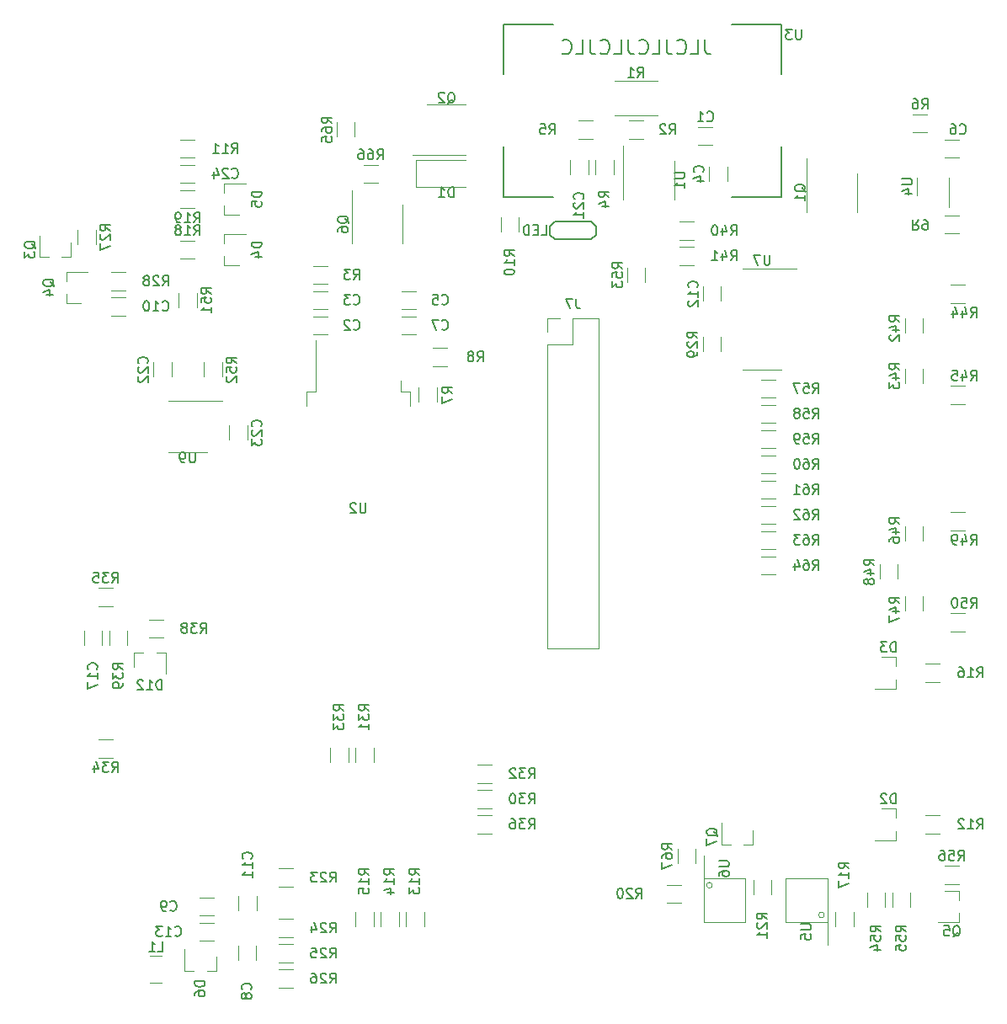
<source format=gbr>
%TF.GenerationSoftware,KiCad,Pcbnew,5.1.9*%
%TF.CreationDate,2021-01-12T21:48:28+01:00*%
%TF.ProjectId,pcb_motherboard_dev,7063625f-6d6f-4746-9865-72626f617264,rev?*%
%TF.SameCoordinates,Original*%
%TF.FileFunction,Legend,Bot*%
%TF.FilePolarity,Positive*%
%FSLAX46Y46*%
G04 Gerber Fmt 4.6, Leading zero omitted, Abs format (unit mm)*
G04 Created by KiCad (PCBNEW 5.1.9) date 2021-01-12 21:48:28*
%MOMM*%
%LPD*%
G01*
G04 APERTURE LIST*
%ADD10C,0.200000*%
%ADD11C,0.120000*%
%ADD12C,0.150000*%
G04 APERTURE END LIST*
D10*
X128506970Y-47240000D02*
X128506970Y-48311429D01*
X128578399Y-48525714D01*
X128721256Y-48668571D01*
X128935541Y-48740000D01*
X129078399Y-48740000D01*
X127078399Y-48740000D02*
X127792684Y-48740000D01*
X127792684Y-47240000D01*
X125721256Y-48597143D02*
X125792684Y-48668571D01*
X126006970Y-48740000D01*
X126149827Y-48740000D01*
X126364113Y-48668571D01*
X126506970Y-48525714D01*
X126578399Y-48382857D01*
X126649827Y-48097143D01*
X126649827Y-47882857D01*
X126578399Y-47597143D01*
X126506970Y-47454286D01*
X126364113Y-47311429D01*
X126149827Y-47240000D01*
X126006970Y-47240000D01*
X125792684Y-47311429D01*
X125721256Y-47382857D01*
X124649827Y-47240000D02*
X124649827Y-48311429D01*
X124721256Y-48525714D01*
X124864113Y-48668571D01*
X125078399Y-48740000D01*
X125221256Y-48740000D01*
X123221256Y-48740000D02*
X123935541Y-48740000D01*
X123935541Y-47240000D01*
X121864113Y-48597143D02*
X121935541Y-48668571D01*
X122149827Y-48740000D01*
X122292684Y-48740000D01*
X122506970Y-48668571D01*
X122649827Y-48525714D01*
X122721256Y-48382857D01*
X122792684Y-48097143D01*
X122792684Y-47882857D01*
X122721256Y-47597143D01*
X122649827Y-47454286D01*
X122506970Y-47311429D01*
X122292684Y-47240000D01*
X122149827Y-47240000D01*
X121935541Y-47311429D01*
X121864113Y-47382857D01*
X120792684Y-47240000D02*
X120792684Y-48311429D01*
X120864113Y-48525714D01*
X121006970Y-48668571D01*
X121221256Y-48740000D01*
X121364113Y-48740000D01*
X119364113Y-48740000D02*
X120078399Y-48740000D01*
X120078399Y-47240000D01*
X118006970Y-48597143D02*
X118078399Y-48668571D01*
X118292684Y-48740000D01*
X118435541Y-48740000D01*
X118649827Y-48668571D01*
X118792684Y-48525714D01*
X118864113Y-48382857D01*
X118935541Y-48097143D01*
X118935541Y-47882857D01*
X118864113Y-47597143D01*
X118792684Y-47454286D01*
X118649827Y-47311429D01*
X118435541Y-47240000D01*
X118292684Y-47240000D01*
X118078399Y-47311429D01*
X118006970Y-47382857D01*
X116935541Y-47240000D02*
X116935541Y-48311429D01*
X117006970Y-48525714D01*
X117149827Y-48668571D01*
X117364113Y-48740000D01*
X117506970Y-48740000D01*
X115506970Y-48740000D02*
X116221256Y-48740000D01*
X116221256Y-47240000D01*
X114149827Y-48597143D02*
X114221256Y-48668571D01*
X114435541Y-48740000D01*
X114578399Y-48740000D01*
X114792684Y-48668571D01*
X114935541Y-48525714D01*
X115006970Y-48382857D01*
X115078399Y-48097143D01*
X115078399Y-47882857D01*
X115006970Y-47597143D01*
X114935541Y-47454286D01*
X114792684Y-47311429D01*
X114578399Y-47240000D01*
X114435541Y-47240000D01*
X114221256Y-47311429D01*
X114149827Y-47382857D01*
D11*
%TO.C,L1*%
X73920463Y-142131429D02*
X72716335Y-142131429D01*
X73920463Y-139411429D02*
X72716335Y-139411429D01*
%TO.C,Q7*%
X133318399Y-128196429D02*
X133318399Y-126736429D01*
X130158399Y-128196429D02*
X130158399Y-126036429D01*
X130158399Y-128196429D02*
X131088399Y-128196429D01*
X133318399Y-128196429D02*
X132388399Y-128196429D01*
%TO.C,Q5*%
X154088399Y-132841429D02*
X152628399Y-132841429D01*
X154088399Y-136001429D02*
X151928399Y-136001429D01*
X154088399Y-136001429D02*
X154088399Y-135071429D01*
X154088399Y-132841429D02*
X154088399Y-133771429D01*
%TO.C,Q4*%
X64303399Y-73771429D02*
X65763399Y-73771429D01*
X64303399Y-70611429D02*
X66463399Y-70611429D01*
X64303399Y-70611429D02*
X64303399Y-71541429D01*
X64303399Y-73771429D02*
X64303399Y-72841429D01*
%TO.C,Q3*%
X64738399Y-69141429D02*
X64738399Y-67681429D01*
X61578399Y-69141429D02*
X61578399Y-66981429D01*
X61578399Y-69141429D02*
X62508399Y-69141429D01*
X64738399Y-69141429D02*
X63808399Y-69141429D01*
%TO.C,R67*%
X125748399Y-130068493D02*
X125748399Y-128614365D01*
X127568399Y-130068493D02*
X127568399Y-128614365D01*
%TO.C,U2*%
X97888399Y-82636429D02*
X97888399Y-81536429D01*
X98838399Y-82636429D02*
X97888399Y-82636429D01*
X98838399Y-84136429D02*
X98838399Y-82636429D01*
X89388399Y-82636429D02*
X89388399Y-77511429D01*
X88438399Y-82636429D02*
X89388399Y-82636429D01*
X88438399Y-84136429D02*
X88438399Y-82636429D01*
%TO.C,U1*%
X120288399Y-61396429D02*
X120288399Y-57946429D01*
X120288399Y-61396429D02*
X120288399Y-63346429D01*
X125408399Y-61396429D02*
X125408399Y-59446429D01*
X125408399Y-61396429D02*
X125408399Y-63346429D01*
D12*
%TO.C,U3*%
X136163399Y-58061429D02*
X136163399Y-63061429D01*
X136163399Y-50761429D02*
X136163399Y-45761429D01*
X108263399Y-45761429D02*
X113263399Y-45761429D01*
X136163399Y-45761429D02*
X131163399Y-45761429D01*
X108263399Y-50761429D02*
X108263399Y-45761429D01*
X108263399Y-63061429D02*
X113263399Y-63061429D01*
X131163399Y-63061429D02*
X136163399Y-63061429D01*
X108263399Y-63061429D02*
X108263399Y-58061429D01*
D11*
%TO.C,U6*%
X129251242Y-132286429D02*
G75*
G03*
X129251242Y-132286429I-282843J0D01*
G01*
X128368399Y-131586429D02*
X128368399Y-129286429D01*
X132568399Y-131586429D02*
X128368399Y-131586429D01*
X132568399Y-135986429D02*
X132568399Y-131586429D01*
X128368399Y-135986429D02*
X132568399Y-135986429D01*
X128368399Y-131586429D02*
X128368399Y-135986429D01*
%TO.C,D12*%
X71103399Y-108896429D02*
X71103399Y-110356429D01*
X74263399Y-108896429D02*
X74263399Y-111056429D01*
X74263399Y-108896429D02*
X73333399Y-108896429D01*
X71103399Y-108896429D02*
X72033399Y-108896429D01*
%TO.C,Q6*%
X98103399Y-65841429D02*
X98103399Y-67791429D01*
X98103399Y-65841429D02*
X98103399Y-63891429D01*
X92983399Y-65841429D02*
X92983399Y-67791429D01*
X92983399Y-65841429D02*
X92983399Y-62391429D01*
%TO.C,R66*%
X95635463Y-61671429D02*
X94181335Y-61671429D01*
X95635463Y-59851429D02*
X94181335Y-59851429D01*
%TO.C,R65*%
X93278399Y-55589365D02*
X93278399Y-57043493D01*
X91458399Y-55589365D02*
X91458399Y-57043493D01*
%TO.C,J7*%
X113958399Y-75306429D02*
X112628399Y-75306429D01*
X112628399Y-75306429D02*
X112628399Y-76636429D01*
X115228399Y-75306429D02*
X115228399Y-77906429D01*
X115228399Y-77906429D02*
X112628399Y-77906429D01*
X112628399Y-77906429D02*
X112628399Y-108446429D01*
X117828399Y-108446429D02*
X112628399Y-108446429D01*
X117828399Y-75306429D02*
X117828399Y-108446429D01*
X117828399Y-75306429D02*
X115228399Y-75306429D01*
%TO.C,U7*%
X134278399Y-80426429D02*
X132328399Y-80426429D01*
X134278399Y-80426429D02*
X136228399Y-80426429D01*
X134278399Y-70306429D02*
X132328399Y-70306429D01*
X134278399Y-70306429D02*
X137728399Y-70306429D01*
%TO.C,R64*%
X134186335Y-99221429D02*
X135640463Y-99221429D01*
X134186335Y-101041429D02*
X135640463Y-101041429D01*
%TO.C,R63*%
X134186335Y-96681429D02*
X135640463Y-96681429D01*
X134186335Y-98501429D02*
X135640463Y-98501429D01*
%TO.C,R62*%
X134186335Y-94141429D02*
X135640463Y-94141429D01*
X134186335Y-95961429D02*
X135640463Y-95961429D01*
%TO.C,R61*%
X134186335Y-91601429D02*
X135640463Y-91601429D01*
X134186335Y-93421429D02*
X135640463Y-93421429D01*
%TO.C,R60*%
X134186335Y-89061429D02*
X135640463Y-89061429D01*
X134186335Y-90881429D02*
X135640463Y-90881429D01*
%TO.C,R59*%
X134186335Y-86521429D02*
X135640463Y-86521429D01*
X134186335Y-88341429D02*
X135640463Y-88341429D01*
%TO.C,R58*%
X134186335Y-83981429D02*
X135640463Y-83981429D01*
X134186335Y-85801429D02*
X135640463Y-85801429D01*
%TO.C,R57*%
X134186335Y-81441429D02*
X135640463Y-81441429D01*
X134186335Y-83261429D02*
X135640463Y-83261429D01*
%TO.C,R53*%
X122488399Y-70194365D02*
X122488399Y-71648493D01*
X120668399Y-70194365D02*
X120668399Y-71648493D01*
%TO.C,R29*%
X128288399Y-78633493D02*
X128288399Y-77179365D01*
X130108399Y-78633493D02*
X130108399Y-77179365D01*
%TO.C,C12*%
X130108399Y-72115177D02*
X130108399Y-73537681D01*
X128288399Y-72115177D02*
X128288399Y-73537681D01*
%TO.C,U9*%
X76493399Y-88721429D02*
X74543399Y-88721429D01*
X76493399Y-88721429D02*
X78443399Y-88721429D01*
X76493399Y-83601429D02*
X74543399Y-83601429D01*
X76493399Y-83601429D02*
X79943399Y-83601429D01*
%TO.C,U5*%
X140506242Y-135286429D02*
G75*
G03*
X140506242Y-135286429I-282843J0D01*
G01*
X140823399Y-135986429D02*
X140823399Y-138286429D01*
X136623399Y-135986429D02*
X140823399Y-135986429D01*
X136623399Y-131586429D02*
X136623399Y-135986429D01*
X140823399Y-131586429D02*
X136623399Y-131586429D01*
X140823399Y-135986429D02*
X140823399Y-131586429D01*
%TO.C,R56*%
X152601335Y-130336429D02*
X154055463Y-130336429D01*
X152601335Y-132156429D02*
X154055463Y-132156429D01*
%TO.C,R55*%
X149158399Y-133059365D02*
X149158399Y-134513493D01*
X147338399Y-133059365D02*
X147338399Y-134513493D01*
%TO.C,R54*%
X144798399Y-134513493D02*
X144798399Y-133059365D01*
X146618399Y-134513493D02*
X146618399Y-133059365D01*
%TO.C,R52*%
X78123399Y-81173493D02*
X78123399Y-79719365D01*
X79943399Y-81173493D02*
X79943399Y-79719365D01*
%TO.C,R51*%
X77403399Y-72734365D02*
X77403399Y-74188493D01*
X75583399Y-72734365D02*
X75583399Y-74188493D01*
%TO.C,R50*%
X154690463Y-106756429D02*
X153236335Y-106756429D01*
X154690463Y-104936429D02*
X153236335Y-104936429D01*
%TO.C,R49*%
X153236335Y-94776429D02*
X154690463Y-94776429D01*
X153236335Y-96596429D02*
X154690463Y-96596429D01*
%TO.C,R48*%
X147888399Y-100039365D02*
X147888399Y-101493493D01*
X146068399Y-100039365D02*
X146068399Y-101493493D01*
%TO.C,R47*%
X150428399Y-103214365D02*
X150428399Y-104668493D01*
X148608399Y-103214365D02*
X148608399Y-104668493D01*
%TO.C,R46*%
X150428399Y-96229365D02*
X150428399Y-97683493D01*
X148608399Y-96229365D02*
X148608399Y-97683493D01*
%TO.C,R45*%
X154690463Y-83896429D02*
X153236335Y-83896429D01*
X154690463Y-82076429D02*
X153236335Y-82076429D01*
%TO.C,R44*%
X153236335Y-71916429D02*
X154690463Y-71916429D01*
X153236335Y-73736429D02*
X154690463Y-73736429D01*
%TO.C,R43*%
X150428399Y-80354365D02*
X150428399Y-81808493D01*
X148608399Y-80354365D02*
X148608399Y-81808493D01*
%TO.C,R42*%
X150428399Y-75274365D02*
X150428399Y-76728493D01*
X148608399Y-75274365D02*
X148608399Y-76728493D01*
%TO.C,R41*%
X127385463Y-69926429D02*
X125931335Y-69926429D01*
X127385463Y-68106429D02*
X125931335Y-68106429D01*
%TO.C,R40*%
X127385463Y-67386429D02*
X125931335Y-67386429D01*
X127385463Y-65566429D02*
X125931335Y-65566429D01*
%TO.C,R39*%
X70418399Y-106669365D02*
X70418399Y-108123493D01*
X68598399Y-106669365D02*
X68598399Y-108123493D01*
%TO.C,R38*%
X74045463Y-107391429D02*
X72591335Y-107391429D01*
X74045463Y-105571429D02*
X72591335Y-105571429D01*
%TO.C,R26*%
X87070463Y-142591429D02*
X85616335Y-142591429D01*
X87070463Y-140771429D02*
X85616335Y-140771429D01*
%TO.C,R25*%
X87070463Y-140051429D02*
X85616335Y-140051429D01*
X87070463Y-138231429D02*
X85616335Y-138231429D01*
%TO.C,R24*%
X87070463Y-137511429D02*
X85616335Y-137511429D01*
X87070463Y-135691429D02*
X85616335Y-135691429D01*
%TO.C,R23*%
X87070463Y-132431429D02*
X85616335Y-132431429D01*
X87070463Y-130611429D02*
X85616335Y-130611429D01*
%TO.C,R21*%
X133368399Y-133243493D02*
X133368399Y-131789365D01*
X135188399Y-133243493D02*
X135188399Y-131789365D01*
%TO.C,R20*%
X124661335Y-132241429D02*
X126115463Y-132241429D01*
X124661335Y-134061429D02*
X126115463Y-134061429D01*
%TO.C,R19*%
X75766335Y-62391429D02*
X77220463Y-62391429D01*
X75766335Y-64211429D02*
X77220463Y-64211429D01*
%TO.C,R18*%
X75766335Y-67471429D02*
X77220463Y-67471429D01*
X75766335Y-69291429D02*
X77220463Y-69291429D01*
%TO.C,R17*%
X143443399Y-134964365D02*
X143443399Y-136418493D01*
X141623399Y-134964365D02*
X141623399Y-136418493D01*
%TO.C,R16*%
X152150463Y-111836429D02*
X150696335Y-111836429D01*
X152150463Y-110016429D02*
X150696335Y-110016429D01*
%TO.C,R15*%
X93363399Y-136418493D02*
X93363399Y-134964365D01*
X95183399Y-136418493D02*
X95183399Y-134964365D01*
%TO.C,R14*%
X95903399Y-136418493D02*
X95903399Y-134964365D01*
X97723399Y-136418493D02*
X97723399Y-134964365D01*
%TO.C,R13*%
X98443399Y-136418493D02*
X98443399Y-134964365D01*
X100263399Y-136418493D02*
X100263399Y-134964365D01*
%TO.C,R12*%
X152150463Y-127076429D02*
X150696335Y-127076429D01*
X152150463Y-125256429D02*
X150696335Y-125256429D01*
%TO.C,R11*%
X75766335Y-57311429D02*
X77220463Y-57311429D01*
X75766335Y-59131429D02*
X77220463Y-59131429D01*
%TO.C,D6*%
X79343399Y-140896429D02*
X79343399Y-139436429D01*
X76183399Y-140896429D02*
X76183399Y-138736429D01*
X76183399Y-140896429D02*
X77113399Y-140896429D01*
X79343399Y-140896429D02*
X78413399Y-140896429D01*
%TO.C,D5*%
X80178399Y-64881429D02*
X81638399Y-64881429D01*
X80178399Y-61721429D02*
X82338399Y-61721429D01*
X80178399Y-61721429D02*
X80178399Y-62651429D01*
X80178399Y-64881429D02*
X80178399Y-63951429D01*
%TO.C,D4*%
X80178399Y-69961429D02*
X81638399Y-69961429D01*
X80178399Y-66801429D02*
X82338399Y-66801429D01*
X80178399Y-66801429D02*
X80178399Y-67731429D01*
X80178399Y-69961429D02*
X80178399Y-69031429D01*
%TO.C,D3*%
X147738399Y-109346429D02*
X146278399Y-109346429D01*
X147738399Y-112506429D02*
X145578399Y-112506429D01*
X147738399Y-112506429D02*
X147738399Y-111576429D01*
X147738399Y-109346429D02*
X147738399Y-110276429D01*
%TO.C,D2*%
X147738399Y-124586429D02*
X146278399Y-124586429D01*
X147738399Y-127746429D02*
X145578399Y-127746429D01*
X147738399Y-127746429D02*
X147738399Y-126816429D01*
X147738399Y-124586429D02*
X147738399Y-125516429D01*
%TO.C,C24*%
X75782147Y-59851429D02*
X77204651Y-59851429D01*
X75782147Y-61671429D02*
X77204651Y-61671429D01*
%TO.C,C23*%
X82483399Y-86085177D02*
X82483399Y-87507681D01*
X80663399Y-86085177D02*
X80663399Y-87507681D01*
%TO.C,C22*%
X73043399Y-81157681D02*
X73043399Y-79735177D01*
X74863399Y-81157681D02*
X74863399Y-79735177D01*
%TO.C,C21*%
X116773399Y-59415177D02*
X116773399Y-60837681D01*
X114953399Y-59415177D02*
X114953399Y-60837681D01*
%TO.C,C17*%
X67878399Y-106697677D02*
X67878399Y-108120181D01*
X66058399Y-106697677D02*
X66058399Y-108120181D01*
%TO.C,C13*%
X79109651Y-137871429D02*
X77687147Y-137871429D01*
X79109651Y-136051429D02*
X77687147Y-136051429D01*
%TO.C,C11*%
X81623399Y-134772681D02*
X81623399Y-133350177D01*
X83443399Y-134772681D02*
X83443399Y-133350177D01*
%TO.C,C9*%
X79109651Y-135331429D02*
X77687147Y-135331429D01*
X79109651Y-133511429D02*
X77687147Y-133511429D01*
%TO.C,C8*%
X83372399Y-138409177D02*
X83372399Y-139831681D01*
X81552399Y-138409177D02*
X81552399Y-139831681D01*
D12*
%TO.C,J13*%
X112928399Y-66876429D02*
X113428399Y-67376429D01*
X112928399Y-66076429D02*
X112928399Y-66876429D01*
X113428399Y-65576429D02*
X112928399Y-66076429D01*
X117028399Y-65576429D02*
X113428399Y-65576429D01*
X117528399Y-66076429D02*
X117028399Y-65576429D01*
X117528399Y-66876429D02*
X117528399Y-66076429D01*
X117028399Y-67376429D02*
X117528399Y-66876429D01*
X113428399Y-67376429D02*
X117028399Y-67376429D01*
D11*
%TO.C,D1*%
X99448399Y-62121429D02*
X99448399Y-59401429D01*
X99448399Y-59401429D02*
X104428399Y-59401429D01*
X99448399Y-62121429D02*
X104428399Y-62121429D01*
%TO.C,Q2*%
X102528399Y-53756429D02*
X104478399Y-53756429D01*
X102528399Y-53756429D02*
X100578399Y-53756429D01*
X102528399Y-58876429D02*
X104478399Y-58876429D01*
X102528399Y-58876429D02*
X99078399Y-58876429D01*
%TO.C,C1*%
X127852147Y-56041429D02*
X129274651Y-56041429D01*
X127852147Y-57861429D02*
X129274651Y-57861429D01*
%TO.C,C2*%
X90539651Y-76911429D02*
X89117147Y-76911429D01*
X90539651Y-75091429D02*
X89117147Y-75091429D01*
%TO.C,C3*%
X90539651Y-74371429D02*
X89117147Y-74371429D01*
X90539651Y-72551429D02*
X89117147Y-72551429D01*
%TO.C,C4*%
X130743399Y-61472681D02*
X130743399Y-60050177D01*
X128923399Y-61472681D02*
X128923399Y-60050177D01*
%TO.C,C5*%
X98007147Y-74371429D02*
X99429651Y-74371429D01*
X98007147Y-72551429D02*
X99429651Y-72551429D01*
%TO.C,C6*%
X152617147Y-59131429D02*
X154039651Y-59131429D01*
X152617147Y-57311429D02*
X154039651Y-57311429D01*
%TO.C,C7*%
X98007147Y-75091429D02*
X99429651Y-75091429D01*
X98007147Y-76911429D02*
X99429651Y-76911429D01*
%TO.C,C10*%
X68797147Y-75006429D02*
X70219651Y-75006429D01*
X68797147Y-73186429D02*
X70219651Y-73186429D01*
%TO.C,Q1*%
X143823399Y-62666429D02*
X143823399Y-64616429D01*
X143823399Y-62666429D02*
X143823399Y-60716429D01*
X138703399Y-62666429D02*
X138703399Y-64616429D01*
X138703399Y-62666429D02*
X138703399Y-59216429D01*
%TO.C,R1*%
X119401335Y-54851429D02*
X123755463Y-54851429D01*
X119401335Y-51431429D02*
X123755463Y-51431429D01*
%TO.C,R2*%
X120851335Y-55406429D02*
X122305463Y-55406429D01*
X120851335Y-57226429D02*
X122305463Y-57226429D01*
%TO.C,R3*%
X89101335Y-70011429D02*
X90555463Y-70011429D01*
X89101335Y-71831429D02*
X90555463Y-71831429D01*
%TO.C,R4*%
X119313399Y-60853493D02*
X119313399Y-59399365D01*
X117493399Y-60853493D02*
X117493399Y-59399365D01*
%TO.C,R5*%
X117225463Y-57226429D02*
X115771335Y-57226429D01*
X117225463Y-55406429D02*
X115771335Y-55406429D01*
%TO.C,R6*%
X150880463Y-54771429D02*
X149426335Y-54771429D01*
X150880463Y-56591429D02*
X149426335Y-56591429D01*
%TO.C,R7*%
X99713399Y-83713493D02*
X99713399Y-82259365D01*
X101533399Y-83713493D02*
X101533399Y-82259365D01*
%TO.C,R8*%
X101166335Y-78266429D02*
X102620463Y-78266429D01*
X101166335Y-80086429D02*
X102620463Y-80086429D01*
%TO.C,R9*%
X152601335Y-66751429D02*
X154055463Y-66751429D01*
X152601335Y-64931429D02*
X154055463Y-64931429D01*
%TO.C,R10*%
X109788399Y-65114365D02*
X109788399Y-66568493D01*
X107968399Y-65114365D02*
X107968399Y-66568493D01*
%TO.C,R27*%
X65423399Y-67838493D02*
X65423399Y-66384365D01*
X67243399Y-67838493D02*
X67243399Y-66384365D01*
%TO.C,R28*%
X68781335Y-72466429D02*
X70235463Y-72466429D01*
X68781335Y-70646429D02*
X70235463Y-70646429D01*
%TO.C,R30*%
X105611335Y-124536429D02*
X107065463Y-124536429D01*
X105611335Y-122716429D02*
X107065463Y-122716429D01*
%TO.C,R31*%
X95183399Y-118454365D02*
X95183399Y-119908493D01*
X93363399Y-118454365D02*
X93363399Y-119908493D01*
%TO.C,R32*%
X107065463Y-120176429D02*
X105611335Y-120176429D01*
X107065463Y-121996429D02*
X105611335Y-121996429D01*
%TO.C,R33*%
X92643399Y-118454365D02*
X92643399Y-119908493D01*
X90823399Y-118454365D02*
X90823399Y-119908493D01*
%TO.C,R34*%
X68965463Y-119456429D02*
X67511335Y-119456429D01*
X68965463Y-117636429D02*
X67511335Y-117636429D01*
%TO.C,R35*%
X68965463Y-104216429D02*
X67511335Y-104216429D01*
X68965463Y-102396429D02*
X67511335Y-102396429D01*
%TO.C,R36*%
X105611335Y-127076429D02*
X107065463Y-127076429D01*
X105611335Y-125256429D02*
X107065463Y-125256429D01*
%TO.C,U4*%
X149813399Y-62931429D02*
X149813399Y-61131429D01*
X153033399Y-61131429D02*
X153033399Y-64081429D01*
%TO.C,L1*%
D12*
X73485065Y-138943809D02*
X73961256Y-138943809D01*
X73961256Y-137943809D01*
X72627922Y-138943809D02*
X73199351Y-138943809D01*
X72913637Y-138943809D02*
X72913637Y-137943809D01*
X73008875Y-138086667D01*
X73104113Y-138181905D01*
X73199351Y-138229524D01*
%TO.C,Q7*%
X129786018Y-127341190D02*
X129738399Y-127245952D01*
X129643160Y-127150714D01*
X129500303Y-127007857D01*
X129452684Y-126912619D01*
X129452684Y-126817381D01*
X129690779Y-126865000D02*
X129643160Y-126769762D01*
X129547922Y-126674524D01*
X129357446Y-126626905D01*
X129024113Y-126626905D01*
X128833637Y-126674524D01*
X128738399Y-126769762D01*
X128690779Y-126865000D01*
X128690779Y-127055476D01*
X128738399Y-127150714D01*
X128833637Y-127245952D01*
X129024113Y-127293571D01*
X129357446Y-127293571D01*
X129547922Y-127245952D01*
X129643160Y-127150714D01*
X129690779Y-127055476D01*
X129690779Y-126865000D01*
X128690779Y-127626905D02*
X128690779Y-128293571D01*
X129690779Y-127865000D01*
%TO.C,Q5*%
X153423637Y-137469048D02*
X153518875Y-137421429D01*
X153614113Y-137326190D01*
X153756970Y-137183333D01*
X153852208Y-137135714D01*
X153947446Y-137135714D01*
X153899827Y-137373809D02*
X153995065Y-137326190D01*
X154090303Y-137230952D01*
X154137922Y-137040476D01*
X154137922Y-136707143D01*
X154090303Y-136516667D01*
X153995065Y-136421429D01*
X153899827Y-136373809D01*
X153709351Y-136373809D01*
X153614113Y-136421429D01*
X153518875Y-136516667D01*
X153471256Y-136707143D01*
X153471256Y-137040476D01*
X153518875Y-137230952D01*
X153614113Y-137326190D01*
X153709351Y-137373809D01*
X153899827Y-137373809D01*
X152566494Y-136373809D02*
X153042684Y-136373809D01*
X153090303Y-136850000D01*
X153042684Y-136802381D01*
X152947446Y-136754762D01*
X152709351Y-136754762D01*
X152614113Y-136802381D01*
X152566494Y-136850000D01*
X152518875Y-136945238D01*
X152518875Y-137183333D01*
X152566494Y-137278571D01*
X152614113Y-137326190D01*
X152709351Y-137373809D01*
X152947446Y-137373809D01*
X153042684Y-137326190D01*
X153090303Y-137278571D01*
%TO.C,Q4*%
X63071018Y-72096190D02*
X63023399Y-72000952D01*
X62928160Y-71905714D01*
X62785303Y-71762857D01*
X62737684Y-71667619D01*
X62737684Y-71572381D01*
X62975779Y-71620000D02*
X62928160Y-71524762D01*
X62832922Y-71429524D01*
X62642446Y-71381905D01*
X62309113Y-71381905D01*
X62118637Y-71429524D01*
X62023399Y-71524762D01*
X61975779Y-71620000D01*
X61975779Y-71810476D01*
X62023399Y-71905714D01*
X62118637Y-72000952D01*
X62309113Y-72048571D01*
X62642446Y-72048571D01*
X62832922Y-72000952D01*
X62928160Y-71905714D01*
X62975779Y-71810476D01*
X62975779Y-71620000D01*
X62309113Y-72905714D02*
X62975779Y-72905714D01*
X61928160Y-72667619D02*
X62642446Y-72429524D01*
X62642446Y-73048571D01*
%TO.C,Q3*%
X61206018Y-68286190D02*
X61158399Y-68190952D01*
X61063160Y-68095714D01*
X60920303Y-67952857D01*
X60872684Y-67857619D01*
X60872684Y-67762381D01*
X61110779Y-67810000D02*
X61063160Y-67714762D01*
X60967922Y-67619524D01*
X60777446Y-67571905D01*
X60444113Y-67571905D01*
X60253637Y-67619524D01*
X60158399Y-67714762D01*
X60110779Y-67810000D01*
X60110779Y-68000476D01*
X60158399Y-68095714D01*
X60253637Y-68190952D01*
X60444113Y-68238571D01*
X60777446Y-68238571D01*
X60967922Y-68190952D01*
X61063160Y-68095714D01*
X61110779Y-68000476D01*
X61110779Y-67810000D01*
X60110779Y-68571905D02*
X60110779Y-69190952D01*
X60491732Y-68857619D01*
X60491732Y-69000476D01*
X60539351Y-69095714D01*
X60586970Y-69143333D01*
X60682208Y-69190952D01*
X60920303Y-69190952D01*
X61015541Y-69143333D01*
X61063160Y-69095714D01*
X61110779Y-69000476D01*
X61110779Y-68714762D01*
X61063160Y-68619524D01*
X61015541Y-68571905D01*
%TO.C,R67*%
X125205779Y-128698571D02*
X124729589Y-128365238D01*
X125205779Y-128127143D02*
X124205779Y-128127143D01*
X124205779Y-128508095D01*
X124253399Y-128603333D01*
X124301018Y-128650952D01*
X124396256Y-128698571D01*
X124539113Y-128698571D01*
X124634351Y-128650952D01*
X124681970Y-128603333D01*
X124729589Y-128508095D01*
X124729589Y-128127143D01*
X124205779Y-129555714D02*
X124205779Y-129365238D01*
X124253399Y-129270000D01*
X124301018Y-129222381D01*
X124443875Y-129127143D01*
X124634351Y-129079524D01*
X125015303Y-129079524D01*
X125110541Y-129127143D01*
X125158160Y-129174762D01*
X125205779Y-129270000D01*
X125205779Y-129460476D01*
X125158160Y-129555714D01*
X125110541Y-129603333D01*
X125015303Y-129650952D01*
X124777208Y-129650952D01*
X124681970Y-129603333D01*
X124634351Y-129555714D01*
X124586732Y-129460476D01*
X124586732Y-129270000D01*
X124634351Y-129174762D01*
X124681970Y-129127143D01*
X124777208Y-129079524D01*
X124205779Y-129984286D02*
X124205779Y-130650952D01*
X125205779Y-130222381D01*
%TO.C,U2*%
X94400303Y-93868809D02*
X94400303Y-94678333D01*
X94352684Y-94773571D01*
X94305065Y-94821190D01*
X94209827Y-94868809D01*
X94019351Y-94868809D01*
X93924113Y-94821190D01*
X93876494Y-94773571D01*
X93828875Y-94678333D01*
X93828875Y-93868809D01*
X93400303Y-93964048D02*
X93352684Y-93916429D01*
X93257446Y-93868809D01*
X93019351Y-93868809D01*
X92924113Y-93916429D01*
X92876494Y-93964048D01*
X92828875Y-94059286D01*
X92828875Y-94154524D01*
X92876494Y-94297381D01*
X93447922Y-94868809D01*
X92828875Y-94868809D01*
%TO.C,U1*%
X125475779Y-60634524D02*
X126285303Y-60634524D01*
X126380541Y-60682143D01*
X126428160Y-60729762D01*
X126475779Y-60825000D01*
X126475779Y-61015476D01*
X126428160Y-61110714D01*
X126380541Y-61158333D01*
X126285303Y-61205952D01*
X125475779Y-61205952D01*
X126475779Y-62205952D02*
X126475779Y-61634524D01*
X126475779Y-61920238D02*
X125475779Y-61920238D01*
X125618637Y-61825000D01*
X125713875Y-61729762D01*
X125761494Y-61634524D01*
%TO.C,U3*%
X138215303Y-46243809D02*
X138215303Y-47053333D01*
X138167684Y-47148571D01*
X138120065Y-47196190D01*
X138024827Y-47243809D01*
X137834351Y-47243809D01*
X137739113Y-47196190D01*
X137691494Y-47148571D01*
X137643875Y-47053333D01*
X137643875Y-46243809D01*
X137262922Y-46243809D02*
X136643875Y-46243809D01*
X136977208Y-46624762D01*
X136834351Y-46624762D01*
X136739113Y-46672381D01*
X136691494Y-46720000D01*
X136643875Y-46815238D01*
X136643875Y-47053333D01*
X136691494Y-47148571D01*
X136739113Y-47196190D01*
X136834351Y-47243809D01*
X137120065Y-47243809D01*
X137215303Y-47196190D01*
X137262922Y-47148571D01*
%TO.C,U6*%
X129920779Y-129849524D02*
X130730303Y-129849524D01*
X130825541Y-129897143D01*
X130873160Y-129944762D01*
X130920779Y-130040000D01*
X130920779Y-130230476D01*
X130873160Y-130325714D01*
X130825541Y-130373333D01*
X130730303Y-130420952D01*
X129920779Y-130420952D01*
X129920779Y-131325714D02*
X129920779Y-131135238D01*
X129968399Y-131040000D01*
X130016018Y-130992381D01*
X130158875Y-130897143D01*
X130349351Y-130849524D01*
X130730303Y-130849524D01*
X130825541Y-130897143D01*
X130873160Y-130944762D01*
X130920779Y-131040000D01*
X130920779Y-131230476D01*
X130873160Y-131325714D01*
X130825541Y-131373333D01*
X130730303Y-131420952D01*
X130492208Y-131420952D01*
X130396970Y-131373333D01*
X130349351Y-131325714D01*
X130301732Y-131230476D01*
X130301732Y-131040000D01*
X130349351Y-130944762D01*
X130396970Y-130897143D01*
X130492208Y-130849524D01*
%TO.C,D12*%
X73897684Y-112648809D02*
X73897684Y-111648809D01*
X73659589Y-111648809D01*
X73516732Y-111696429D01*
X73421494Y-111791667D01*
X73373875Y-111886905D01*
X73326256Y-112077381D01*
X73326256Y-112220238D01*
X73373875Y-112410714D01*
X73421494Y-112505952D01*
X73516732Y-112601190D01*
X73659589Y-112648809D01*
X73897684Y-112648809D01*
X72373875Y-112648809D02*
X72945303Y-112648809D01*
X72659589Y-112648809D02*
X72659589Y-111648809D01*
X72754827Y-111791667D01*
X72850065Y-111886905D01*
X72945303Y-111934524D01*
X71992922Y-111744048D02*
X71945303Y-111696429D01*
X71850065Y-111648809D01*
X71611970Y-111648809D01*
X71516732Y-111696429D01*
X71469113Y-111744048D01*
X71421494Y-111839286D01*
X71421494Y-111934524D01*
X71469113Y-112077381D01*
X72040541Y-112648809D01*
X71421494Y-112648809D01*
%TO.C,Q6*%
X92691018Y-65746190D02*
X92643399Y-65650952D01*
X92548160Y-65555714D01*
X92405303Y-65412857D01*
X92357684Y-65317619D01*
X92357684Y-65222381D01*
X92595779Y-65270000D02*
X92548160Y-65174762D01*
X92452922Y-65079524D01*
X92262446Y-65031905D01*
X91929113Y-65031905D01*
X91738637Y-65079524D01*
X91643399Y-65174762D01*
X91595779Y-65270000D01*
X91595779Y-65460476D01*
X91643399Y-65555714D01*
X91738637Y-65650952D01*
X91929113Y-65698571D01*
X92262446Y-65698571D01*
X92452922Y-65650952D01*
X92548160Y-65555714D01*
X92595779Y-65460476D01*
X92595779Y-65270000D01*
X91595779Y-66555714D02*
X91595779Y-66365238D01*
X91643399Y-66270000D01*
X91691018Y-66222381D01*
X91833875Y-66127143D01*
X92024351Y-66079524D01*
X92405303Y-66079524D01*
X92500541Y-66127143D01*
X92548160Y-66174762D01*
X92595779Y-66270000D01*
X92595779Y-66460476D01*
X92548160Y-66555714D01*
X92500541Y-66603333D01*
X92405303Y-66650952D01*
X92167208Y-66650952D01*
X92071970Y-66603333D01*
X92024351Y-66555714D01*
X91976732Y-66460476D01*
X91976732Y-66270000D01*
X92024351Y-66174762D01*
X92071970Y-66127143D01*
X92167208Y-66079524D01*
%TO.C,R66*%
X95551256Y-59308809D02*
X95884589Y-58832619D01*
X96122684Y-59308809D02*
X96122684Y-58308809D01*
X95741732Y-58308809D01*
X95646494Y-58356429D01*
X95598875Y-58404048D01*
X95551256Y-58499286D01*
X95551256Y-58642143D01*
X95598875Y-58737381D01*
X95646494Y-58785000D01*
X95741732Y-58832619D01*
X96122684Y-58832619D01*
X94694113Y-58308809D02*
X94884589Y-58308809D01*
X94979827Y-58356429D01*
X95027446Y-58404048D01*
X95122684Y-58546905D01*
X95170303Y-58737381D01*
X95170303Y-59118333D01*
X95122684Y-59213571D01*
X95075065Y-59261190D01*
X94979827Y-59308809D01*
X94789351Y-59308809D01*
X94694113Y-59261190D01*
X94646494Y-59213571D01*
X94598875Y-59118333D01*
X94598875Y-58880238D01*
X94646494Y-58785000D01*
X94694113Y-58737381D01*
X94789351Y-58689762D01*
X94979827Y-58689762D01*
X95075065Y-58737381D01*
X95122684Y-58785000D01*
X95170303Y-58880238D01*
X93741732Y-58308809D02*
X93932208Y-58308809D01*
X94027446Y-58356429D01*
X94075065Y-58404048D01*
X94170303Y-58546905D01*
X94217922Y-58737381D01*
X94217922Y-59118333D01*
X94170303Y-59213571D01*
X94122684Y-59261190D01*
X94027446Y-59308809D01*
X93836970Y-59308809D01*
X93741732Y-59261190D01*
X93694113Y-59213571D01*
X93646494Y-59118333D01*
X93646494Y-58880238D01*
X93694113Y-58785000D01*
X93741732Y-58737381D01*
X93836970Y-58689762D01*
X94027446Y-58689762D01*
X94122684Y-58737381D01*
X94170303Y-58785000D01*
X94217922Y-58880238D01*
%TO.C,R65*%
X91000779Y-55673571D02*
X90524589Y-55340238D01*
X91000779Y-55102143D02*
X90000779Y-55102143D01*
X90000779Y-55483095D01*
X90048399Y-55578333D01*
X90096018Y-55625952D01*
X90191256Y-55673571D01*
X90334113Y-55673571D01*
X90429351Y-55625952D01*
X90476970Y-55578333D01*
X90524589Y-55483095D01*
X90524589Y-55102143D01*
X90000779Y-56530714D02*
X90000779Y-56340238D01*
X90048399Y-56245000D01*
X90096018Y-56197381D01*
X90238875Y-56102143D01*
X90429351Y-56054524D01*
X90810303Y-56054524D01*
X90905541Y-56102143D01*
X90953160Y-56149762D01*
X91000779Y-56245000D01*
X91000779Y-56435476D01*
X90953160Y-56530714D01*
X90905541Y-56578333D01*
X90810303Y-56625952D01*
X90572208Y-56625952D01*
X90476970Y-56578333D01*
X90429351Y-56530714D01*
X90381732Y-56435476D01*
X90381732Y-56245000D01*
X90429351Y-56149762D01*
X90476970Y-56102143D01*
X90572208Y-56054524D01*
X90000779Y-57530714D02*
X90000779Y-57054524D01*
X90476970Y-57006905D01*
X90429351Y-57054524D01*
X90381732Y-57149762D01*
X90381732Y-57387857D01*
X90429351Y-57483095D01*
X90476970Y-57530714D01*
X90572208Y-57578333D01*
X90810303Y-57578333D01*
X90905541Y-57530714D01*
X90953160Y-57483095D01*
X91000779Y-57387857D01*
X91000779Y-57149762D01*
X90953160Y-57054524D01*
X90905541Y-57006905D01*
%TO.C,J7*%
X115561732Y-73318809D02*
X115561732Y-74033095D01*
X115609351Y-74175952D01*
X115704589Y-74271190D01*
X115847446Y-74318809D01*
X115942684Y-74318809D01*
X115180779Y-73318809D02*
X114514113Y-73318809D01*
X114942684Y-74318809D01*
%TO.C,U7*%
X135040303Y-68918809D02*
X135040303Y-69728333D01*
X134992684Y-69823571D01*
X134945065Y-69871190D01*
X134849827Y-69918809D01*
X134659351Y-69918809D01*
X134564113Y-69871190D01*
X134516494Y-69823571D01*
X134468875Y-69728333D01*
X134468875Y-68918809D01*
X134087922Y-68918809D02*
X133421256Y-68918809D01*
X133849827Y-69918809D01*
%TO.C,R64*%
X139366256Y-100583809D02*
X139699589Y-100107619D01*
X139937684Y-100583809D02*
X139937684Y-99583809D01*
X139556732Y-99583809D01*
X139461494Y-99631429D01*
X139413875Y-99679048D01*
X139366256Y-99774286D01*
X139366256Y-99917143D01*
X139413875Y-100012381D01*
X139461494Y-100060000D01*
X139556732Y-100107619D01*
X139937684Y-100107619D01*
X138509113Y-99583809D02*
X138699589Y-99583809D01*
X138794827Y-99631429D01*
X138842446Y-99679048D01*
X138937684Y-99821905D01*
X138985303Y-100012381D01*
X138985303Y-100393333D01*
X138937684Y-100488571D01*
X138890065Y-100536190D01*
X138794827Y-100583809D01*
X138604351Y-100583809D01*
X138509113Y-100536190D01*
X138461494Y-100488571D01*
X138413875Y-100393333D01*
X138413875Y-100155238D01*
X138461494Y-100060000D01*
X138509113Y-100012381D01*
X138604351Y-99964762D01*
X138794827Y-99964762D01*
X138890065Y-100012381D01*
X138937684Y-100060000D01*
X138985303Y-100155238D01*
X137556732Y-99917143D02*
X137556732Y-100583809D01*
X137794827Y-99536190D02*
X138032922Y-100250476D01*
X137413875Y-100250476D01*
%TO.C,R63*%
X139366256Y-98043809D02*
X139699589Y-97567619D01*
X139937684Y-98043809D02*
X139937684Y-97043809D01*
X139556732Y-97043809D01*
X139461494Y-97091429D01*
X139413875Y-97139048D01*
X139366256Y-97234286D01*
X139366256Y-97377143D01*
X139413875Y-97472381D01*
X139461494Y-97520000D01*
X139556732Y-97567619D01*
X139937684Y-97567619D01*
X138509113Y-97043809D02*
X138699589Y-97043809D01*
X138794827Y-97091429D01*
X138842446Y-97139048D01*
X138937684Y-97281905D01*
X138985303Y-97472381D01*
X138985303Y-97853333D01*
X138937684Y-97948571D01*
X138890065Y-97996190D01*
X138794827Y-98043809D01*
X138604351Y-98043809D01*
X138509113Y-97996190D01*
X138461494Y-97948571D01*
X138413875Y-97853333D01*
X138413875Y-97615238D01*
X138461494Y-97520000D01*
X138509113Y-97472381D01*
X138604351Y-97424762D01*
X138794827Y-97424762D01*
X138890065Y-97472381D01*
X138937684Y-97520000D01*
X138985303Y-97615238D01*
X138080541Y-97043809D02*
X137461494Y-97043809D01*
X137794827Y-97424762D01*
X137651970Y-97424762D01*
X137556732Y-97472381D01*
X137509113Y-97520000D01*
X137461494Y-97615238D01*
X137461494Y-97853333D01*
X137509113Y-97948571D01*
X137556732Y-97996190D01*
X137651970Y-98043809D01*
X137937684Y-98043809D01*
X138032922Y-97996190D01*
X138080541Y-97948571D01*
%TO.C,R62*%
X139366256Y-95503809D02*
X139699589Y-95027619D01*
X139937684Y-95503809D02*
X139937684Y-94503809D01*
X139556732Y-94503809D01*
X139461494Y-94551429D01*
X139413875Y-94599048D01*
X139366256Y-94694286D01*
X139366256Y-94837143D01*
X139413875Y-94932381D01*
X139461494Y-94980000D01*
X139556732Y-95027619D01*
X139937684Y-95027619D01*
X138509113Y-94503809D02*
X138699589Y-94503809D01*
X138794827Y-94551429D01*
X138842446Y-94599048D01*
X138937684Y-94741905D01*
X138985303Y-94932381D01*
X138985303Y-95313333D01*
X138937684Y-95408571D01*
X138890065Y-95456190D01*
X138794827Y-95503809D01*
X138604351Y-95503809D01*
X138509113Y-95456190D01*
X138461494Y-95408571D01*
X138413875Y-95313333D01*
X138413875Y-95075238D01*
X138461494Y-94980000D01*
X138509113Y-94932381D01*
X138604351Y-94884762D01*
X138794827Y-94884762D01*
X138890065Y-94932381D01*
X138937684Y-94980000D01*
X138985303Y-95075238D01*
X138032922Y-94599048D02*
X137985303Y-94551429D01*
X137890065Y-94503809D01*
X137651970Y-94503809D01*
X137556732Y-94551429D01*
X137509113Y-94599048D01*
X137461494Y-94694286D01*
X137461494Y-94789524D01*
X137509113Y-94932381D01*
X138080541Y-95503809D01*
X137461494Y-95503809D01*
%TO.C,R61*%
X139366256Y-92963809D02*
X139699589Y-92487619D01*
X139937684Y-92963809D02*
X139937684Y-91963809D01*
X139556732Y-91963809D01*
X139461494Y-92011429D01*
X139413875Y-92059048D01*
X139366256Y-92154286D01*
X139366256Y-92297143D01*
X139413875Y-92392381D01*
X139461494Y-92440000D01*
X139556732Y-92487619D01*
X139937684Y-92487619D01*
X138509113Y-91963809D02*
X138699589Y-91963809D01*
X138794827Y-92011429D01*
X138842446Y-92059048D01*
X138937684Y-92201905D01*
X138985303Y-92392381D01*
X138985303Y-92773333D01*
X138937684Y-92868571D01*
X138890065Y-92916190D01*
X138794827Y-92963809D01*
X138604351Y-92963809D01*
X138509113Y-92916190D01*
X138461494Y-92868571D01*
X138413875Y-92773333D01*
X138413875Y-92535238D01*
X138461494Y-92440000D01*
X138509113Y-92392381D01*
X138604351Y-92344762D01*
X138794827Y-92344762D01*
X138890065Y-92392381D01*
X138937684Y-92440000D01*
X138985303Y-92535238D01*
X137461494Y-92963809D02*
X138032922Y-92963809D01*
X137747208Y-92963809D02*
X137747208Y-91963809D01*
X137842446Y-92106667D01*
X137937684Y-92201905D01*
X138032922Y-92249524D01*
%TO.C,R60*%
X139366256Y-90423809D02*
X139699589Y-89947619D01*
X139937684Y-90423809D02*
X139937684Y-89423809D01*
X139556732Y-89423809D01*
X139461494Y-89471429D01*
X139413875Y-89519048D01*
X139366256Y-89614286D01*
X139366256Y-89757143D01*
X139413875Y-89852381D01*
X139461494Y-89900000D01*
X139556732Y-89947619D01*
X139937684Y-89947619D01*
X138509113Y-89423809D02*
X138699589Y-89423809D01*
X138794827Y-89471429D01*
X138842446Y-89519048D01*
X138937684Y-89661905D01*
X138985303Y-89852381D01*
X138985303Y-90233333D01*
X138937684Y-90328571D01*
X138890065Y-90376190D01*
X138794827Y-90423809D01*
X138604351Y-90423809D01*
X138509113Y-90376190D01*
X138461494Y-90328571D01*
X138413875Y-90233333D01*
X138413875Y-89995238D01*
X138461494Y-89900000D01*
X138509113Y-89852381D01*
X138604351Y-89804762D01*
X138794827Y-89804762D01*
X138890065Y-89852381D01*
X138937684Y-89900000D01*
X138985303Y-89995238D01*
X137794827Y-89423809D02*
X137699589Y-89423809D01*
X137604351Y-89471429D01*
X137556732Y-89519048D01*
X137509113Y-89614286D01*
X137461494Y-89804762D01*
X137461494Y-90042857D01*
X137509113Y-90233333D01*
X137556732Y-90328571D01*
X137604351Y-90376190D01*
X137699589Y-90423809D01*
X137794827Y-90423809D01*
X137890065Y-90376190D01*
X137937684Y-90328571D01*
X137985303Y-90233333D01*
X138032922Y-90042857D01*
X138032922Y-89804762D01*
X137985303Y-89614286D01*
X137937684Y-89519048D01*
X137890065Y-89471429D01*
X137794827Y-89423809D01*
%TO.C,R59*%
X139366256Y-87883809D02*
X139699589Y-87407619D01*
X139937684Y-87883809D02*
X139937684Y-86883809D01*
X139556732Y-86883809D01*
X139461494Y-86931429D01*
X139413875Y-86979048D01*
X139366256Y-87074286D01*
X139366256Y-87217143D01*
X139413875Y-87312381D01*
X139461494Y-87360000D01*
X139556732Y-87407619D01*
X139937684Y-87407619D01*
X138461494Y-86883809D02*
X138937684Y-86883809D01*
X138985303Y-87360000D01*
X138937684Y-87312381D01*
X138842446Y-87264762D01*
X138604351Y-87264762D01*
X138509113Y-87312381D01*
X138461494Y-87360000D01*
X138413875Y-87455238D01*
X138413875Y-87693333D01*
X138461494Y-87788571D01*
X138509113Y-87836190D01*
X138604351Y-87883809D01*
X138842446Y-87883809D01*
X138937684Y-87836190D01*
X138985303Y-87788571D01*
X137937684Y-87883809D02*
X137747208Y-87883809D01*
X137651970Y-87836190D01*
X137604351Y-87788571D01*
X137509113Y-87645714D01*
X137461494Y-87455238D01*
X137461494Y-87074286D01*
X137509113Y-86979048D01*
X137556732Y-86931429D01*
X137651970Y-86883809D01*
X137842446Y-86883809D01*
X137937684Y-86931429D01*
X137985303Y-86979048D01*
X138032922Y-87074286D01*
X138032922Y-87312381D01*
X137985303Y-87407619D01*
X137937684Y-87455238D01*
X137842446Y-87502857D01*
X137651970Y-87502857D01*
X137556732Y-87455238D01*
X137509113Y-87407619D01*
X137461494Y-87312381D01*
%TO.C,R58*%
X139366256Y-85343809D02*
X139699589Y-84867619D01*
X139937684Y-85343809D02*
X139937684Y-84343809D01*
X139556732Y-84343809D01*
X139461494Y-84391429D01*
X139413875Y-84439048D01*
X139366256Y-84534286D01*
X139366256Y-84677143D01*
X139413875Y-84772381D01*
X139461494Y-84820000D01*
X139556732Y-84867619D01*
X139937684Y-84867619D01*
X138461494Y-84343809D02*
X138937684Y-84343809D01*
X138985303Y-84820000D01*
X138937684Y-84772381D01*
X138842446Y-84724762D01*
X138604351Y-84724762D01*
X138509113Y-84772381D01*
X138461494Y-84820000D01*
X138413875Y-84915238D01*
X138413875Y-85153333D01*
X138461494Y-85248571D01*
X138509113Y-85296190D01*
X138604351Y-85343809D01*
X138842446Y-85343809D01*
X138937684Y-85296190D01*
X138985303Y-85248571D01*
X137842446Y-84772381D02*
X137937684Y-84724762D01*
X137985303Y-84677143D01*
X138032922Y-84581905D01*
X138032922Y-84534286D01*
X137985303Y-84439048D01*
X137937684Y-84391429D01*
X137842446Y-84343809D01*
X137651970Y-84343809D01*
X137556732Y-84391429D01*
X137509113Y-84439048D01*
X137461494Y-84534286D01*
X137461494Y-84581905D01*
X137509113Y-84677143D01*
X137556732Y-84724762D01*
X137651970Y-84772381D01*
X137842446Y-84772381D01*
X137937684Y-84820000D01*
X137985303Y-84867619D01*
X138032922Y-84962857D01*
X138032922Y-85153333D01*
X137985303Y-85248571D01*
X137937684Y-85296190D01*
X137842446Y-85343809D01*
X137651970Y-85343809D01*
X137556732Y-85296190D01*
X137509113Y-85248571D01*
X137461494Y-85153333D01*
X137461494Y-84962857D01*
X137509113Y-84867619D01*
X137556732Y-84820000D01*
X137651970Y-84772381D01*
%TO.C,R57*%
X139366256Y-82803809D02*
X139699589Y-82327619D01*
X139937684Y-82803809D02*
X139937684Y-81803809D01*
X139556732Y-81803809D01*
X139461494Y-81851429D01*
X139413875Y-81899048D01*
X139366256Y-81994286D01*
X139366256Y-82137143D01*
X139413875Y-82232381D01*
X139461494Y-82280000D01*
X139556732Y-82327619D01*
X139937684Y-82327619D01*
X138461494Y-81803809D02*
X138937684Y-81803809D01*
X138985303Y-82280000D01*
X138937684Y-82232381D01*
X138842446Y-82184762D01*
X138604351Y-82184762D01*
X138509113Y-82232381D01*
X138461494Y-82280000D01*
X138413875Y-82375238D01*
X138413875Y-82613333D01*
X138461494Y-82708571D01*
X138509113Y-82756190D01*
X138604351Y-82803809D01*
X138842446Y-82803809D01*
X138937684Y-82756190D01*
X138985303Y-82708571D01*
X138080541Y-81803809D02*
X137413875Y-81803809D01*
X137842446Y-82803809D01*
%TO.C,R53*%
X120210779Y-70278571D02*
X119734589Y-69945238D01*
X120210779Y-69707143D02*
X119210779Y-69707143D01*
X119210779Y-70088095D01*
X119258399Y-70183333D01*
X119306018Y-70230952D01*
X119401256Y-70278571D01*
X119544113Y-70278571D01*
X119639351Y-70230952D01*
X119686970Y-70183333D01*
X119734589Y-70088095D01*
X119734589Y-69707143D01*
X119210779Y-71183333D02*
X119210779Y-70707143D01*
X119686970Y-70659524D01*
X119639351Y-70707143D01*
X119591732Y-70802381D01*
X119591732Y-71040476D01*
X119639351Y-71135714D01*
X119686970Y-71183333D01*
X119782208Y-71230952D01*
X120020303Y-71230952D01*
X120115541Y-71183333D01*
X120163160Y-71135714D01*
X120210779Y-71040476D01*
X120210779Y-70802381D01*
X120163160Y-70707143D01*
X120115541Y-70659524D01*
X119210779Y-71564286D02*
X119210779Y-72183333D01*
X119591732Y-71850000D01*
X119591732Y-71992857D01*
X119639351Y-72088095D01*
X119686970Y-72135714D01*
X119782208Y-72183333D01*
X120020303Y-72183333D01*
X120115541Y-72135714D01*
X120163160Y-72088095D01*
X120210779Y-71992857D01*
X120210779Y-71707143D01*
X120163160Y-71611905D01*
X120115541Y-71564286D01*
%TO.C,R29*%
X127745779Y-77263571D02*
X127269589Y-76930238D01*
X127745779Y-76692143D02*
X126745779Y-76692143D01*
X126745779Y-77073095D01*
X126793399Y-77168333D01*
X126841018Y-77215952D01*
X126936256Y-77263571D01*
X127079113Y-77263571D01*
X127174351Y-77215952D01*
X127221970Y-77168333D01*
X127269589Y-77073095D01*
X127269589Y-76692143D01*
X126841018Y-77644524D02*
X126793399Y-77692143D01*
X126745779Y-77787381D01*
X126745779Y-78025476D01*
X126793399Y-78120714D01*
X126841018Y-78168333D01*
X126936256Y-78215952D01*
X127031494Y-78215952D01*
X127174351Y-78168333D01*
X127745779Y-77596905D01*
X127745779Y-78215952D01*
X127745779Y-78692143D02*
X127745779Y-78882619D01*
X127698160Y-78977857D01*
X127650541Y-79025476D01*
X127507684Y-79120714D01*
X127317208Y-79168333D01*
X126936256Y-79168333D01*
X126841018Y-79120714D01*
X126793399Y-79073095D01*
X126745779Y-78977857D01*
X126745779Y-78787381D01*
X126793399Y-78692143D01*
X126841018Y-78644524D01*
X126936256Y-78596905D01*
X127174351Y-78596905D01*
X127269589Y-78644524D01*
X127317208Y-78692143D01*
X127364827Y-78787381D01*
X127364827Y-78977857D01*
X127317208Y-79073095D01*
X127269589Y-79120714D01*
X127174351Y-79168333D01*
%TO.C,C12*%
X127705541Y-72183571D02*
X127753160Y-72135952D01*
X127800779Y-71993095D01*
X127800779Y-71897857D01*
X127753160Y-71755000D01*
X127657922Y-71659762D01*
X127562684Y-71612143D01*
X127372208Y-71564524D01*
X127229351Y-71564524D01*
X127038875Y-71612143D01*
X126943637Y-71659762D01*
X126848399Y-71755000D01*
X126800779Y-71897857D01*
X126800779Y-71993095D01*
X126848399Y-72135952D01*
X126896018Y-72183571D01*
X127800779Y-73135952D02*
X127800779Y-72564524D01*
X127800779Y-72850238D02*
X126800779Y-72850238D01*
X126943637Y-72755000D01*
X127038875Y-72659762D01*
X127086494Y-72564524D01*
X126896018Y-73516905D02*
X126848399Y-73564524D01*
X126800779Y-73659762D01*
X126800779Y-73897857D01*
X126848399Y-73993095D01*
X126896018Y-74040714D01*
X126991256Y-74088333D01*
X127086494Y-74088333D01*
X127229351Y-74040714D01*
X127800779Y-73469286D01*
X127800779Y-74088333D01*
%TO.C,U9*%
X77255303Y-88788809D02*
X77255303Y-89598333D01*
X77207684Y-89693571D01*
X77160065Y-89741190D01*
X77064827Y-89788809D01*
X76874351Y-89788809D01*
X76779113Y-89741190D01*
X76731494Y-89693571D01*
X76683875Y-89598333D01*
X76683875Y-88788809D01*
X76160065Y-89788809D02*
X75969589Y-89788809D01*
X75874351Y-89741190D01*
X75826732Y-89693571D01*
X75731494Y-89550714D01*
X75683875Y-89360238D01*
X75683875Y-88979286D01*
X75731494Y-88884048D01*
X75779113Y-88836429D01*
X75874351Y-88788809D01*
X76064827Y-88788809D01*
X76160065Y-88836429D01*
X76207684Y-88884048D01*
X76255303Y-88979286D01*
X76255303Y-89217381D01*
X76207684Y-89312619D01*
X76160065Y-89360238D01*
X76064827Y-89407857D01*
X75874351Y-89407857D01*
X75779113Y-89360238D01*
X75731494Y-89312619D01*
X75683875Y-89217381D01*
%TO.C,U5*%
X138175779Y-136199524D02*
X138985303Y-136199524D01*
X139080541Y-136247143D01*
X139128160Y-136294762D01*
X139175779Y-136390000D01*
X139175779Y-136580476D01*
X139128160Y-136675714D01*
X139080541Y-136723333D01*
X138985303Y-136770952D01*
X138175779Y-136770952D01*
X138175779Y-137723333D02*
X138175779Y-137247143D01*
X138651970Y-137199524D01*
X138604351Y-137247143D01*
X138556732Y-137342381D01*
X138556732Y-137580476D01*
X138604351Y-137675714D01*
X138651970Y-137723333D01*
X138747208Y-137770952D01*
X138985303Y-137770952D01*
X139080541Y-137723333D01*
X139128160Y-137675714D01*
X139175779Y-137580476D01*
X139175779Y-137342381D01*
X139128160Y-137247143D01*
X139080541Y-137199524D01*
%TO.C,R56*%
X153971256Y-129793809D02*
X154304589Y-129317619D01*
X154542684Y-129793809D02*
X154542684Y-128793809D01*
X154161732Y-128793809D01*
X154066494Y-128841429D01*
X154018875Y-128889048D01*
X153971256Y-128984286D01*
X153971256Y-129127143D01*
X154018875Y-129222381D01*
X154066494Y-129270000D01*
X154161732Y-129317619D01*
X154542684Y-129317619D01*
X153066494Y-128793809D02*
X153542684Y-128793809D01*
X153590303Y-129270000D01*
X153542684Y-129222381D01*
X153447446Y-129174762D01*
X153209351Y-129174762D01*
X153114113Y-129222381D01*
X153066494Y-129270000D01*
X153018875Y-129365238D01*
X153018875Y-129603333D01*
X153066494Y-129698571D01*
X153114113Y-129746190D01*
X153209351Y-129793809D01*
X153447446Y-129793809D01*
X153542684Y-129746190D01*
X153590303Y-129698571D01*
X152161732Y-128793809D02*
X152352208Y-128793809D01*
X152447446Y-128841429D01*
X152495065Y-128889048D01*
X152590303Y-129031905D01*
X152637922Y-129222381D01*
X152637922Y-129603333D01*
X152590303Y-129698571D01*
X152542684Y-129746190D01*
X152447446Y-129793809D01*
X152256970Y-129793809D01*
X152161732Y-129746190D01*
X152114113Y-129698571D01*
X152066494Y-129603333D01*
X152066494Y-129365238D01*
X152114113Y-129270000D01*
X152161732Y-129222381D01*
X152256970Y-129174762D01*
X152447446Y-129174762D01*
X152542684Y-129222381D01*
X152590303Y-129270000D01*
X152637922Y-129365238D01*
%TO.C,R55*%
X148700779Y-136953571D02*
X148224589Y-136620238D01*
X148700779Y-136382143D02*
X147700779Y-136382143D01*
X147700779Y-136763095D01*
X147748399Y-136858333D01*
X147796018Y-136905952D01*
X147891256Y-136953571D01*
X148034113Y-136953571D01*
X148129351Y-136905952D01*
X148176970Y-136858333D01*
X148224589Y-136763095D01*
X148224589Y-136382143D01*
X147700779Y-137858333D02*
X147700779Y-137382143D01*
X148176970Y-137334524D01*
X148129351Y-137382143D01*
X148081732Y-137477381D01*
X148081732Y-137715476D01*
X148129351Y-137810714D01*
X148176970Y-137858333D01*
X148272208Y-137905952D01*
X148510303Y-137905952D01*
X148605541Y-137858333D01*
X148653160Y-137810714D01*
X148700779Y-137715476D01*
X148700779Y-137477381D01*
X148653160Y-137382143D01*
X148605541Y-137334524D01*
X147700779Y-138810714D02*
X147700779Y-138334524D01*
X148176970Y-138286905D01*
X148129351Y-138334524D01*
X148081732Y-138429762D01*
X148081732Y-138667857D01*
X148129351Y-138763095D01*
X148176970Y-138810714D01*
X148272208Y-138858333D01*
X148510303Y-138858333D01*
X148605541Y-138810714D01*
X148653160Y-138763095D01*
X148700779Y-138667857D01*
X148700779Y-138429762D01*
X148653160Y-138334524D01*
X148605541Y-138286905D01*
%TO.C,R54*%
X146160779Y-136953571D02*
X145684589Y-136620238D01*
X146160779Y-136382143D02*
X145160779Y-136382143D01*
X145160779Y-136763095D01*
X145208399Y-136858333D01*
X145256018Y-136905952D01*
X145351256Y-136953571D01*
X145494113Y-136953571D01*
X145589351Y-136905952D01*
X145636970Y-136858333D01*
X145684589Y-136763095D01*
X145684589Y-136382143D01*
X145160779Y-137858333D02*
X145160779Y-137382143D01*
X145636970Y-137334524D01*
X145589351Y-137382143D01*
X145541732Y-137477381D01*
X145541732Y-137715476D01*
X145589351Y-137810714D01*
X145636970Y-137858333D01*
X145732208Y-137905952D01*
X145970303Y-137905952D01*
X146065541Y-137858333D01*
X146113160Y-137810714D01*
X146160779Y-137715476D01*
X146160779Y-137477381D01*
X146113160Y-137382143D01*
X146065541Y-137334524D01*
X145494113Y-138763095D02*
X146160779Y-138763095D01*
X145113160Y-138525000D02*
X145827446Y-138286905D01*
X145827446Y-138905952D01*
%TO.C,R52*%
X81390779Y-79803571D02*
X80914589Y-79470238D01*
X81390779Y-79232143D02*
X80390779Y-79232143D01*
X80390779Y-79613095D01*
X80438399Y-79708333D01*
X80486018Y-79755952D01*
X80581256Y-79803571D01*
X80724113Y-79803571D01*
X80819351Y-79755952D01*
X80866970Y-79708333D01*
X80914589Y-79613095D01*
X80914589Y-79232143D01*
X80390779Y-80708333D02*
X80390779Y-80232143D01*
X80866970Y-80184524D01*
X80819351Y-80232143D01*
X80771732Y-80327381D01*
X80771732Y-80565476D01*
X80819351Y-80660714D01*
X80866970Y-80708333D01*
X80962208Y-80755952D01*
X81200303Y-80755952D01*
X81295541Y-80708333D01*
X81343160Y-80660714D01*
X81390779Y-80565476D01*
X81390779Y-80327381D01*
X81343160Y-80232143D01*
X81295541Y-80184524D01*
X80486018Y-81136905D02*
X80438399Y-81184524D01*
X80390779Y-81279762D01*
X80390779Y-81517857D01*
X80438399Y-81613095D01*
X80486018Y-81660714D01*
X80581256Y-81708333D01*
X80676494Y-81708333D01*
X80819351Y-81660714D01*
X81390779Y-81089286D01*
X81390779Y-81708333D01*
%TO.C,R51*%
X78850779Y-72818571D02*
X78374589Y-72485238D01*
X78850779Y-72247143D02*
X77850779Y-72247143D01*
X77850779Y-72628095D01*
X77898399Y-72723333D01*
X77946018Y-72770952D01*
X78041256Y-72818571D01*
X78184113Y-72818571D01*
X78279351Y-72770952D01*
X78326970Y-72723333D01*
X78374589Y-72628095D01*
X78374589Y-72247143D01*
X77850779Y-73723333D02*
X77850779Y-73247143D01*
X78326970Y-73199524D01*
X78279351Y-73247143D01*
X78231732Y-73342381D01*
X78231732Y-73580476D01*
X78279351Y-73675714D01*
X78326970Y-73723333D01*
X78422208Y-73770952D01*
X78660303Y-73770952D01*
X78755541Y-73723333D01*
X78803160Y-73675714D01*
X78850779Y-73580476D01*
X78850779Y-73342381D01*
X78803160Y-73247143D01*
X78755541Y-73199524D01*
X78850779Y-74723333D02*
X78850779Y-74151905D01*
X78850779Y-74437619D02*
X77850779Y-74437619D01*
X77993637Y-74342381D01*
X78088875Y-74247143D01*
X78136494Y-74151905D01*
%TO.C,R50*%
X155241256Y-104393809D02*
X155574589Y-103917619D01*
X155812684Y-104393809D02*
X155812684Y-103393809D01*
X155431732Y-103393809D01*
X155336494Y-103441429D01*
X155288875Y-103489048D01*
X155241256Y-103584286D01*
X155241256Y-103727143D01*
X155288875Y-103822381D01*
X155336494Y-103870000D01*
X155431732Y-103917619D01*
X155812684Y-103917619D01*
X154336494Y-103393809D02*
X154812684Y-103393809D01*
X154860303Y-103870000D01*
X154812684Y-103822381D01*
X154717446Y-103774762D01*
X154479351Y-103774762D01*
X154384113Y-103822381D01*
X154336494Y-103870000D01*
X154288875Y-103965238D01*
X154288875Y-104203333D01*
X154336494Y-104298571D01*
X154384113Y-104346190D01*
X154479351Y-104393809D01*
X154717446Y-104393809D01*
X154812684Y-104346190D01*
X154860303Y-104298571D01*
X153669827Y-103393809D02*
X153574589Y-103393809D01*
X153479351Y-103441429D01*
X153431732Y-103489048D01*
X153384113Y-103584286D01*
X153336494Y-103774762D01*
X153336494Y-104012857D01*
X153384113Y-104203333D01*
X153431732Y-104298571D01*
X153479351Y-104346190D01*
X153574589Y-104393809D01*
X153669827Y-104393809D01*
X153765065Y-104346190D01*
X153812684Y-104298571D01*
X153860303Y-104203333D01*
X153907922Y-104012857D01*
X153907922Y-103774762D01*
X153860303Y-103584286D01*
X153812684Y-103489048D01*
X153765065Y-103441429D01*
X153669827Y-103393809D01*
%TO.C,R49*%
X155241256Y-98043809D02*
X155574589Y-97567619D01*
X155812684Y-98043809D02*
X155812684Y-97043809D01*
X155431732Y-97043809D01*
X155336494Y-97091429D01*
X155288875Y-97139048D01*
X155241256Y-97234286D01*
X155241256Y-97377143D01*
X155288875Y-97472381D01*
X155336494Y-97520000D01*
X155431732Y-97567619D01*
X155812684Y-97567619D01*
X154384113Y-97377143D02*
X154384113Y-98043809D01*
X154622208Y-96996190D02*
X154860303Y-97710476D01*
X154241256Y-97710476D01*
X153812684Y-98043809D02*
X153622208Y-98043809D01*
X153526970Y-97996190D01*
X153479351Y-97948571D01*
X153384113Y-97805714D01*
X153336494Y-97615238D01*
X153336494Y-97234286D01*
X153384113Y-97139048D01*
X153431732Y-97091429D01*
X153526970Y-97043809D01*
X153717446Y-97043809D01*
X153812684Y-97091429D01*
X153860303Y-97139048D01*
X153907922Y-97234286D01*
X153907922Y-97472381D01*
X153860303Y-97567619D01*
X153812684Y-97615238D01*
X153717446Y-97662857D01*
X153526970Y-97662857D01*
X153431732Y-97615238D01*
X153384113Y-97567619D01*
X153336494Y-97472381D01*
%TO.C,R48*%
X145525779Y-100123571D02*
X145049589Y-99790238D01*
X145525779Y-99552143D02*
X144525779Y-99552143D01*
X144525779Y-99933095D01*
X144573399Y-100028333D01*
X144621018Y-100075952D01*
X144716256Y-100123571D01*
X144859113Y-100123571D01*
X144954351Y-100075952D01*
X145001970Y-100028333D01*
X145049589Y-99933095D01*
X145049589Y-99552143D01*
X144859113Y-100980714D02*
X145525779Y-100980714D01*
X144478160Y-100742619D02*
X145192446Y-100504524D01*
X145192446Y-101123571D01*
X144954351Y-101647381D02*
X144906732Y-101552143D01*
X144859113Y-101504524D01*
X144763875Y-101456905D01*
X144716256Y-101456905D01*
X144621018Y-101504524D01*
X144573399Y-101552143D01*
X144525779Y-101647381D01*
X144525779Y-101837857D01*
X144573399Y-101933095D01*
X144621018Y-101980714D01*
X144716256Y-102028333D01*
X144763875Y-102028333D01*
X144859113Y-101980714D01*
X144906732Y-101933095D01*
X144954351Y-101837857D01*
X144954351Y-101647381D01*
X145001970Y-101552143D01*
X145049589Y-101504524D01*
X145144827Y-101456905D01*
X145335303Y-101456905D01*
X145430541Y-101504524D01*
X145478160Y-101552143D01*
X145525779Y-101647381D01*
X145525779Y-101837857D01*
X145478160Y-101933095D01*
X145430541Y-101980714D01*
X145335303Y-102028333D01*
X145144827Y-102028333D01*
X145049589Y-101980714D01*
X145001970Y-101933095D01*
X144954351Y-101837857D01*
%TO.C,R47*%
X148065779Y-103933571D02*
X147589589Y-103600238D01*
X148065779Y-103362143D02*
X147065779Y-103362143D01*
X147065779Y-103743095D01*
X147113399Y-103838333D01*
X147161018Y-103885952D01*
X147256256Y-103933571D01*
X147399113Y-103933571D01*
X147494351Y-103885952D01*
X147541970Y-103838333D01*
X147589589Y-103743095D01*
X147589589Y-103362143D01*
X147399113Y-104790714D02*
X148065779Y-104790714D01*
X147018160Y-104552619D02*
X147732446Y-104314524D01*
X147732446Y-104933571D01*
X147065779Y-105219286D02*
X147065779Y-105885952D01*
X148065779Y-105457381D01*
%TO.C,R46*%
X148065779Y-95958571D02*
X147589589Y-95625238D01*
X148065779Y-95387143D02*
X147065779Y-95387143D01*
X147065779Y-95768095D01*
X147113399Y-95863333D01*
X147161018Y-95910952D01*
X147256256Y-95958571D01*
X147399113Y-95958571D01*
X147494351Y-95910952D01*
X147541970Y-95863333D01*
X147589589Y-95768095D01*
X147589589Y-95387143D01*
X147399113Y-96815714D02*
X148065779Y-96815714D01*
X147018160Y-96577619D02*
X147732446Y-96339524D01*
X147732446Y-96958571D01*
X147065779Y-97768095D02*
X147065779Y-97577619D01*
X147113399Y-97482381D01*
X147161018Y-97434762D01*
X147303875Y-97339524D01*
X147494351Y-97291905D01*
X147875303Y-97291905D01*
X147970541Y-97339524D01*
X148018160Y-97387143D01*
X148065779Y-97482381D01*
X148065779Y-97672857D01*
X148018160Y-97768095D01*
X147970541Y-97815714D01*
X147875303Y-97863333D01*
X147637208Y-97863333D01*
X147541970Y-97815714D01*
X147494351Y-97768095D01*
X147446732Y-97672857D01*
X147446732Y-97482381D01*
X147494351Y-97387143D01*
X147541970Y-97339524D01*
X147637208Y-97291905D01*
%TO.C,R45*%
X155241256Y-81533809D02*
X155574589Y-81057619D01*
X155812684Y-81533809D02*
X155812684Y-80533809D01*
X155431732Y-80533809D01*
X155336494Y-80581429D01*
X155288875Y-80629048D01*
X155241256Y-80724286D01*
X155241256Y-80867143D01*
X155288875Y-80962381D01*
X155336494Y-81010000D01*
X155431732Y-81057619D01*
X155812684Y-81057619D01*
X154384113Y-80867143D02*
X154384113Y-81533809D01*
X154622208Y-80486190D02*
X154860303Y-81200476D01*
X154241256Y-81200476D01*
X153384113Y-80533809D02*
X153860303Y-80533809D01*
X153907922Y-81010000D01*
X153860303Y-80962381D01*
X153765065Y-80914762D01*
X153526970Y-80914762D01*
X153431732Y-80962381D01*
X153384113Y-81010000D01*
X153336494Y-81105238D01*
X153336494Y-81343333D01*
X153384113Y-81438571D01*
X153431732Y-81486190D01*
X153526970Y-81533809D01*
X153765065Y-81533809D01*
X153860303Y-81486190D01*
X153907922Y-81438571D01*
%TO.C,R44*%
X155241256Y-75183809D02*
X155574589Y-74707619D01*
X155812684Y-75183809D02*
X155812684Y-74183809D01*
X155431732Y-74183809D01*
X155336494Y-74231429D01*
X155288875Y-74279048D01*
X155241256Y-74374286D01*
X155241256Y-74517143D01*
X155288875Y-74612381D01*
X155336494Y-74660000D01*
X155431732Y-74707619D01*
X155812684Y-74707619D01*
X154384113Y-74517143D02*
X154384113Y-75183809D01*
X154622208Y-74136190D02*
X154860303Y-74850476D01*
X154241256Y-74850476D01*
X153431732Y-74517143D02*
X153431732Y-75183809D01*
X153669827Y-74136190D02*
X153907922Y-74850476D01*
X153288875Y-74850476D01*
%TO.C,R43*%
X148065779Y-80438571D02*
X147589589Y-80105238D01*
X148065779Y-79867143D02*
X147065779Y-79867143D01*
X147065779Y-80248095D01*
X147113399Y-80343333D01*
X147161018Y-80390952D01*
X147256256Y-80438571D01*
X147399113Y-80438571D01*
X147494351Y-80390952D01*
X147541970Y-80343333D01*
X147589589Y-80248095D01*
X147589589Y-79867143D01*
X147399113Y-81295714D02*
X148065779Y-81295714D01*
X147018160Y-81057619D02*
X147732446Y-80819524D01*
X147732446Y-81438571D01*
X147065779Y-81724286D02*
X147065779Y-82343333D01*
X147446732Y-82010000D01*
X147446732Y-82152857D01*
X147494351Y-82248095D01*
X147541970Y-82295714D01*
X147637208Y-82343333D01*
X147875303Y-82343333D01*
X147970541Y-82295714D01*
X148018160Y-82248095D01*
X148065779Y-82152857D01*
X148065779Y-81867143D01*
X148018160Y-81771905D01*
X147970541Y-81724286D01*
%TO.C,R42*%
X148065779Y-75638571D02*
X147589589Y-75305238D01*
X148065779Y-75067143D02*
X147065779Y-75067143D01*
X147065779Y-75448095D01*
X147113399Y-75543333D01*
X147161018Y-75590952D01*
X147256256Y-75638571D01*
X147399113Y-75638571D01*
X147494351Y-75590952D01*
X147541970Y-75543333D01*
X147589589Y-75448095D01*
X147589589Y-75067143D01*
X147399113Y-76495714D02*
X148065779Y-76495714D01*
X147018160Y-76257619D02*
X147732446Y-76019524D01*
X147732446Y-76638571D01*
X147161018Y-76971905D02*
X147113399Y-77019524D01*
X147065779Y-77114762D01*
X147065779Y-77352857D01*
X147113399Y-77448095D01*
X147161018Y-77495714D01*
X147256256Y-77543333D01*
X147351494Y-77543333D01*
X147494351Y-77495714D01*
X148065779Y-76924286D01*
X148065779Y-77543333D01*
%TO.C,R41*%
X131111256Y-69468809D02*
X131444589Y-68992619D01*
X131682684Y-69468809D02*
X131682684Y-68468809D01*
X131301732Y-68468809D01*
X131206494Y-68516429D01*
X131158875Y-68564048D01*
X131111256Y-68659286D01*
X131111256Y-68802143D01*
X131158875Y-68897381D01*
X131206494Y-68945000D01*
X131301732Y-68992619D01*
X131682684Y-68992619D01*
X130254113Y-68802143D02*
X130254113Y-69468809D01*
X130492208Y-68421190D02*
X130730303Y-69135476D01*
X130111256Y-69135476D01*
X129206494Y-69468809D02*
X129777922Y-69468809D01*
X129492208Y-69468809D02*
X129492208Y-68468809D01*
X129587446Y-68611667D01*
X129682684Y-68706905D01*
X129777922Y-68754524D01*
%TO.C,R40*%
X131111256Y-66928809D02*
X131444589Y-66452619D01*
X131682684Y-66928809D02*
X131682684Y-65928809D01*
X131301732Y-65928809D01*
X131206494Y-65976429D01*
X131158875Y-66024048D01*
X131111256Y-66119286D01*
X131111256Y-66262143D01*
X131158875Y-66357381D01*
X131206494Y-66405000D01*
X131301732Y-66452619D01*
X131682684Y-66452619D01*
X130254113Y-66262143D02*
X130254113Y-66928809D01*
X130492208Y-65881190D02*
X130730303Y-66595476D01*
X130111256Y-66595476D01*
X129539827Y-65928809D02*
X129444589Y-65928809D01*
X129349351Y-65976429D01*
X129301732Y-66024048D01*
X129254113Y-66119286D01*
X129206494Y-66309762D01*
X129206494Y-66547857D01*
X129254113Y-66738333D01*
X129301732Y-66833571D01*
X129349351Y-66881190D01*
X129444589Y-66928809D01*
X129539827Y-66928809D01*
X129635065Y-66881190D01*
X129682684Y-66833571D01*
X129730303Y-66738333D01*
X129777922Y-66547857D01*
X129777922Y-66309762D01*
X129730303Y-66119286D01*
X129682684Y-66024048D01*
X129635065Y-65976429D01*
X129539827Y-65928809D01*
%TO.C,R39*%
X69960779Y-110563571D02*
X69484589Y-110230238D01*
X69960779Y-109992143D02*
X68960779Y-109992143D01*
X68960779Y-110373095D01*
X69008399Y-110468333D01*
X69056018Y-110515952D01*
X69151256Y-110563571D01*
X69294113Y-110563571D01*
X69389351Y-110515952D01*
X69436970Y-110468333D01*
X69484589Y-110373095D01*
X69484589Y-109992143D01*
X68960779Y-110896905D02*
X68960779Y-111515952D01*
X69341732Y-111182619D01*
X69341732Y-111325476D01*
X69389351Y-111420714D01*
X69436970Y-111468333D01*
X69532208Y-111515952D01*
X69770303Y-111515952D01*
X69865541Y-111468333D01*
X69913160Y-111420714D01*
X69960779Y-111325476D01*
X69960779Y-111039762D01*
X69913160Y-110944524D01*
X69865541Y-110896905D01*
X69960779Y-111992143D02*
X69960779Y-112182619D01*
X69913160Y-112277857D01*
X69865541Y-112325476D01*
X69722684Y-112420714D01*
X69532208Y-112468333D01*
X69151256Y-112468333D01*
X69056018Y-112420714D01*
X69008399Y-112373095D01*
X68960779Y-112277857D01*
X68960779Y-112087381D01*
X69008399Y-111992143D01*
X69056018Y-111944524D01*
X69151256Y-111896905D01*
X69389351Y-111896905D01*
X69484589Y-111944524D01*
X69532208Y-111992143D01*
X69579827Y-112087381D01*
X69579827Y-112277857D01*
X69532208Y-112373095D01*
X69484589Y-112420714D01*
X69389351Y-112468333D01*
%TO.C,R38*%
X77771256Y-106933809D02*
X78104589Y-106457619D01*
X78342684Y-106933809D02*
X78342684Y-105933809D01*
X77961732Y-105933809D01*
X77866494Y-105981429D01*
X77818875Y-106029048D01*
X77771256Y-106124286D01*
X77771256Y-106267143D01*
X77818875Y-106362381D01*
X77866494Y-106410000D01*
X77961732Y-106457619D01*
X78342684Y-106457619D01*
X77437922Y-105933809D02*
X76818875Y-105933809D01*
X77152208Y-106314762D01*
X77009351Y-106314762D01*
X76914113Y-106362381D01*
X76866494Y-106410000D01*
X76818875Y-106505238D01*
X76818875Y-106743333D01*
X76866494Y-106838571D01*
X76914113Y-106886190D01*
X77009351Y-106933809D01*
X77295065Y-106933809D01*
X77390303Y-106886190D01*
X77437922Y-106838571D01*
X76247446Y-106362381D02*
X76342684Y-106314762D01*
X76390303Y-106267143D01*
X76437922Y-106171905D01*
X76437922Y-106124286D01*
X76390303Y-106029048D01*
X76342684Y-105981429D01*
X76247446Y-105933809D01*
X76056970Y-105933809D01*
X75961732Y-105981429D01*
X75914113Y-106029048D01*
X75866494Y-106124286D01*
X75866494Y-106171905D01*
X75914113Y-106267143D01*
X75961732Y-106314762D01*
X76056970Y-106362381D01*
X76247446Y-106362381D01*
X76342684Y-106410000D01*
X76390303Y-106457619D01*
X76437922Y-106552857D01*
X76437922Y-106743333D01*
X76390303Y-106838571D01*
X76342684Y-106886190D01*
X76247446Y-106933809D01*
X76056970Y-106933809D01*
X75961732Y-106886190D01*
X75914113Y-106838571D01*
X75866494Y-106743333D01*
X75866494Y-106552857D01*
X75914113Y-106457619D01*
X75961732Y-106410000D01*
X76056970Y-106362381D01*
%TO.C,R26*%
X90796256Y-142133809D02*
X91129589Y-141657619D01*
X91367684Y-142133809D02*
X91367684Y-141133809D01*
X90986732Y-141133809D01*
X90891494Y-141181429D01*
X90843875Y-141229048D01*
X90796256Y-141324286D01*
X90796256Y-141467143D01*
X90843875Y-141562381D01*
X90891494Y-141610000D01*
X90986732Y-141657619D01*
X91367684Y-141657619D01*
X90415303Y-141229048D02*
X90367684Y-141181429D01*
X90272446Y-141133809D01*
X90034351Y-141133809D01*
X89939113Y-141181429D01*
X89891494Y-141229048D01*
X89843875Y-141324286D01*
X89843875Y-141419524D01*
X89891494Y-141562381D01*
X90462922Y-142133809D01*
X89843875Y-142133809D01*
X88986732Y-141133809D02*
X89177208Y-141133809D01*
X89272446Y-141181429D01*
X89320065Y-141229048D01*
X89415303Y-141371905D01*
X89462922Y-141562381D01*
X89462922Y-141943333D01*
X89415303Y-142038571D01*
X89367684Y-142086190D01*
X89272446Y-142133809D01*
X89081970Y-142133809D01*
X88986732Y-142086190D01*
X88939113Y-142038571D01*
X88891494Y-141943333D01*
X88891494Y-141705238D01*
X88939113Y-141610000D01*
X88986732Y-141562381D01*
X89081970Y-141514762D01*
X89272446Y-141514762D01*
X89367684Y-141562381D01*
X89415303Y-141610000D01*
X89462922Y-141705238D01*
%TO.C,R25*%
X90796256Y-139593809D02*
X91129589Y-139117619D01*
X91367684Y-139593809D02*
X91367684Y-138593809D01*
X90986732Y-138593809D01*
X90891494Y-138641429D01*
X90843875Y-138689048D01*
X90796256Y-138784286D01*
X90796256Y-138927143D01*
X90843875Y-139022381D01*
X90891494Y-139070000D01*
X90986732Y-139117619D01*
X91367684Y-139117619D01*
X90415303Y-138689048D02*
X90367684Y-138641429D01*
X90272446Y-138593809D01*
X90034351Y-138593809D01*
X89939113Y-138641429D01*
X89891494Y-138689048D01*
X89843875Y-138784286D01*
X89843875Y-138879524D01*
X89891494Y-139022381D01*
X90462922Y-139593809D01*
X89843875Y-139593809D01*
X88939113Y-138593809D02*
X89415303Y-138593809D01*
X89462922Y-139070000D01*
X89415303Y-139022381D01*
X89320065Y-138974762D01*
X89081970Y-138974762D01*
X88986732Y-139022381D01*
X88939113Y-139070000D01*
X88891494Y-139165238D01*
X88891494Y-139403333D01*
X88939113Y-139498571D01*
X88986732Y-139546190D01*
X89081970Y-139593809D01*
X89320065Y-139593809D01*
X89415303Y-139546190D01*
X89462922Y-139498571D01*
%TO.C,R24*%
X90796256Y-137053809D02*
X91129589Y-136577619D01*
X91367684Y-137053809D02*
X91367684Y-136053809D01*
X90986732Y-136053809D01*
X90891494Y-136101429D01*
X90843875Y-136149048D01*
X90796256Y-136244286D01*
X90796256Y-136387143D01*
X90843875Y-136482381D01*
X90891494Y-136530000D01*
X90986732Y-136577619D01*
X91367684Y-136577619D01*
X90415303Y-136149048D02*
X90367684Y-136101429D01*
X90272446Y-136053809D01*
X90034351Y-136053809D01*
X89939113Y-136101429D01*
X89891494Y-136149048D01*
X89843875Y-136244286D01*
X89843875Y-136339524D01*
X89891494Y-136482381D01*
X90462922Y-137053809D01*
X89843875Y-137053809D01*
X88986732Y-136387143D02*
X88986732Y-137053809D01*
X89224827Y-136006190D02*
X89462922Y-136720476D01*
X88843875Y-136720476D01*
%TO.C,R23*%
X90796256Y-131973809D02*
X91129589Y-131497619D01*
X91367684Y-131973809D02*
X91367684Y-130973809D01*
X90986732Y-130973809D01*
X90891494Y-131021429D01*
X90843875Y-131069048D01*
X90796256Y-131164286D01*
X90796256Y-131307143D01*
X90843875Y-131402381D01*
X90891494Y-131450000D01*
X90986732Y-131497619D01*
X91367684Y-131497619D01*
X90415303Y-131069048D02*
X90367684Y-131021429D01*
X90272446Y-130973809D01*
X90034351Y-130973809D01*
X89939113Y-131021429D01*
X89891494Y-131069048D01*
X89843875Y-131164286D01*
X89843875Y-131259524D01*
X89891494Y-131402381D01*
X90462922Y-131973809D01*
X89843875Y-131973809D01*
X89510541Y-130973809D02*
X88891494Y-130973809D01*
X89224827Y-131354762D01*
X89081970Y-131354762D01*
X88986732Y-131402381D01*
X88939113Y-131450000D01*
X88891494Y-131545238D01*
X88891494Y-131783333D01*
X88939113Y-131878571D01*
X88986732Y-131926190D01*
X89081970Y-131973809D01*
X89367684Y-131973809D01*
X89462922Y-131926190D01*
X89510541Y-131878571D01*
%TO.C,R21*%
X134730779Y-135683571D02*
X134254589Y-135350238D01*
X134730779Y-135112143D02*
X133730779Y-135112143D01*
X133730779Y-135493095D01*
X133778399Y-135588333D01*
X133826018Y-135635952D01*
X133921256Y-135683571D01*
X134064113Y-135683571D01*
X134159351Y-135635952D01*
X134206970Y-135588333D01*
X134254589Y-135493095D01*
X134254589Y-135112143D01*
X133826018Y-136064524D02*
X133778399Y-136112143D01*
X133730779Y-136207381D01*
X133730779Y-136445476D01*
X133778399Y-136540714D01*
X133826018Y-136588333D01*
X133921256Y-136635952D01*
X134016494Y-136635952D01*
X134159351Y-136588333D01*
X134730779Y-136016905D01*
X134730779Y-136635952D01*
X134730779Y-137588333D02*
X134730779Y-137016905D01*
X134730779Y-137302619D02*
X133730779Y-137302619D01*
X133873637Y-137207381D01*
X133968875Y-137112143D01*
X134016494Y-137016905D01*
%TO.C,R20*%
X121586256Y-133603809D02*
X121919589Y-133127619D01*
X122157684Y-133603809D02*
X122157684Y-132603809D01*
X121776732Y-132603809D01*
X121681494Y-132651429D01*
X121633875Y-132699048D01*
X121586256Y-132794286D01*
X121586256Y-132937143D01*
X121633875Y-133032381D01*
X121681494Y-133080000D01*
X121776732Y-133127619D01*
X122157684Y-133127619D01*
X121205303Y-132699048D02*
X121157684Y-132651429D01*
X121062446Y-132603809D01*
X120824351Y-132603809D01*
X120729113Y-132651429D01*
X120681494Y-132699048D01*
X120633875Y-132794286D01*
X120633875Y-132889524D01*
X120681494Y-133032381D01*
X121252922Y-133603809D01*
X120633875Y-133603809D01*
X120014827Y-132603809D02*
X119919589Y-132603809D01*
X119824351Y-132651429D01*
X119776732Y-132699048D01*
X119729113Y-132794286D01*
X119681494Y-132984762D01*
X119681494Y-133222857D01*
X119729113Y-133413333D01*
X119776732Y-133508571D01*
X119824351Y-133556190D01*
X119919589Y-133603809D01*
X120014827Y-133603809D01*
X120110065Y-133556190D01*
X120157684Y-133508571D01*
X120205303Y-133413333D01*
X120252922Y-133222857D01*
X120252922Y-132984762D01*
X120205303Y-132794286D01*
X120157684Y-132699048D01*
X120110065Y-132651429D01*
X120014827Y-132603809D01*
%TO.C,R19*%
X77136256Y-65658809D02*
X77469589Y-65182619D01*
X77707684Y-65658809D02*
X77707684Y-64658809D01*
X77326732Y-64658809D01*
X77231494Y-64706429D01*
X77183875Y-64754048D01*
X77136256Y-64849286D01*
X77136256Y-64992143D01*
X77183875Y-65087381D01*
X77231494Y-65135000D01*
X77326732Y-65182619D01*
X77707684Y-65182619D01*
X76183875Y-65658809D02*
X76755303Y-65658809D01*
X76469589Y-65658809D02*
X76469589Y-64658809D01*
X76564827Y-64801667D01*
X76660065Y-64896905D01*
X76755303Y-64944524D01*
X75707684Y-65658809D02*
X75517208Y-65658809D01*
X75421970Y-65611190D01*
X75374351Y-65563571D01*
X75279113Y-65420714D01*
X75231494Y-65230238D01*
X75231494Y-64849286D01*
X75279113Y-64754048D01*
X75326732Y-64706429D01*
X75421970Y-64658809D01*
X75612446Y-64658809D01*
X75707684Y-64706429D01*
X75755303Y-64754048D01*
X75802922Y-64849286D01*
X75802922Y-65087381D01*
X75755303Y-65182619D01*
X75707684Y-65230238D01*
X75612446Y-65277857D01*
X75421970Y-65277857D01*
X75326732Y-65230238D01*
X75279113Y-65182619D01*
X75231494Y-65087381D01*
%TO.C,R18*%
X77136256Y-66928809D02*
X77469589Y-66452619D01*
X77707684Y-66928809D02*
X77707684Y-65928809D01*
X77326732Y-65928809D01*
X77231494Y-65976429D01*
X77183875Y-66024048D01*
X77136256Y-66119286D01*
X77136256Y-66262143D01*
X77183875Y-66357381D01*
X77231494Y-66405000D01*
X77326732Y-66452619D01*
X77707684Y-66452619D01*
X76183875Y-66928809D02*
X76755303Y-66928809D01*
X76469589Y-66928809D02*
X76469589Y-65928809D01*
X76564827Y-66071667D01*
X76660065Y-66166905D01*
X76755303Y-66214524D01*
X75612446Y-66357381D02*
X75707684Y-66309762D01*
X75755303Y-66262143D01*
X75802922Y-66166905D01*
X75802922Y-66119286D01*
X75755303Y-66024048D01*
X75707684Y-65976429D01*
X75612446Y-65928809D01*
X75421970Y-65928809D01*
X75326732Y-65976429D01*
X75279113Y-66024048D01*
X75231494Y-66119286D01*
X75231494Y-66166905D01*
X75279113Y-66262143D01*
X75326732Y-66309762D01*
X75421970Y-66357381D01*
X75612446Y-66357381D01*
X75707684Y-66405000D01*
X75755303Y-66452619D01*
X75802922Y-66547857D01*
X75802922Y-66738333D01*
X75755303Y-66833571D01*
X75707684Y-66881190D01*
X75612446Y-66928809D01*
X75421970Y-66928809D01*
X75326732Y-66881190D01*
X75279113Y-66833571D01*
X75231494Y-66738333D01*
X75231494Y-66547857D01*
X75279113Y-66452619D01*
X75326732Y-66405000D01*
X75421970Y-66357381D01*
%TO.C,R17*%
X142985779Y-130603571D02*
X142509589Y-130270238D01*
X142985779Y-130032143D02*
X141985779Y-130032143D01*
X141985779Y-130413095D01*
X142033399Y-130508333D01*
X142081018Y-130555952D01*
X142176256Y-130603571D01*
X142319113Y-130603571D01*
X142414351Y-130555952D01*
X142461970Y-130508333D01*
X142509589Y-130413095D01*
X142509589Y-130032143D01*
X142985779Y-131555952D02*
X142985779Y-130984524D01*
X142985779Y-131270238D02*
X141985779Y-131270238D01*
X142128637Y-131175000D01*
X142223875Y-131079762D01*
X142271494Y-130984524D01*
X141985779Y-131889286D02*
X141985779Y-132555952D01*
X142985779Y-132127381D01*
%TO.C,R16*%
X155876256Y-111378809D02*
X156209589Y-110902619D01*
X156447684Y-111378809D02*
X156447684Y-110378809D01*
X156066732Y-110378809D01*
X155971494Y-110426429D01*
X155923875Y-110474048D01*
X155876256Y-110569286D01*
X155876256Y-110712143D01*
X155923875Y-110807381D01*
X155971494Y-110855000D01*
X156066732Y-110902619D01*
X156447684Y-110902619D01*
X154923875Y-111378809D02*
X155495303Y-111378809D01*
X155209589Y-111378809D02*
X155209589Y-110378809D01*
X155304827Y-110521667D01*
X155400065Y-110616905D01*
X155495303Y-110664524D01*
X154066732Y-110378809D02*
X154257208Y-110378809D01*
X154352446Y-110426429D01*
X154400065Y-110474048D01*
X154495303Y-110616905D01*
X154542922Y-110807381D01*
X154542922Y-111188333D01*
X154495303Y-111283571D01*
X154447684Y-111331190D01*
X154352446Y-111378809D01*
X154161970Y-111378809D01*
X154066732Y-111331190D01*
X154019113Y-111283571D01*
X153971494Y-111188333D01*
X153971494Y-110950238D01*
X154019113Y-110855000D01*
X154066732Y-110807381D01*
X154161970Y-110759762D01*
X154352446Y-110759762D01*
X154447684Y-110807381D01*
X154495303Y-110855000D01*
X154542922Y-110950238D01*
%TO.C,R15*%
X94725779Y-131238571D02*
X94249589Y-130905238D01*
X94725779Y-130667143D02*
X93725779Y-130667143D01*
X93725779Y-131048095D01*
X93773399Y-131143333D01*
X93821018Y-131190952D01*
X93916256Y-131238571D01*
X94059113Y-131238571D01*
X94154351Y-131190952D01*
X94201970Y-131143333D01*
X94249589Y-131048095D01*
X94249589Y-130667143D01*
X94725779Y-132190952D02*
X94725779Y-131619524D01*
X94725779Y-131905238D02*
X93725779Y-131905238D01*
X93868637Y-131810000D01*
X93963875Y-131714762D01*
X94011494Y-131619524D01*
X93725779Y-133095714D02*
X93725779Y-132619524D01*
X94201970Y-132571905D01*
X94154351Y-132619524D01*
X94106732Y-132714762D01*
X94106732Y-132952857D01*
X94154351Y-133048095D01*
X94201970Y-133095714D01*
X94297208Y-133143333D01*
X94535303Y-133143333D01*
X94630541Y-133095714D01*
X94678160Y-133048095D01*
X94725779Y-132952857D01*
X94725779Y-132714762D01*
X94678160Y-132619524D01*
X94630541Y-132571905D01*
%TO.C,R14*%
X97265779Y-131238571D02*
X96789589Y-130905238D01*
X97265779Y-130667143D02*
X96265779Y-130667143D01*
X96265779Y-131048095D01*
X96313399Y-131143333D01*
X96361018Y-131190952D01*
X96456256Y-131238571D01*
X96599113Y-131238571D01*
X96694351Y-131190952D01*
X96741970Y-131143333D01*
X96789589Y-131048095D01*
X96789589Y-130667143D01*
X97265779Y-132190952D02*
X97265779Y-131619524D01*
X97265779Y-131905238D02*
X96265779Y-131905238D01*
X96408637Y-131810000D01*
X96503875Y-131714762D01*
X96551494Y-131619524D01*
X96599113Y-133048095D02*
X97265779Y-133048095D01*
X96218160Y-132810000D02*
X96932446Y-132571905D01*
X96932446Y-133190952D01*
%TO.C,R13*%
X99805779Y-131238571D02*
X99329589Y-130905238D01*
X99805779Y-130667143D02*
X98805779Y-130667143D01*
X98805779Y-131048095D01*
X98853399Y-131143333D01*
X98901018Y-131190952D01*
X98996256Y-131238571D01*
X99139113Y-131238571D01*
X99234351Y-131190952D01*
X99281970Y-131143333D01*
X99329589Y-131048095D01*
X99329589Y-130667143D01*
X99805779Y-132190952D02*
X99805779Y-131619524D01*
X99805779Y-131905238D02*
X98805779Y-131905238D01*
X98948637Y-131810000D01*
X99043875Y-131714762D01*
X99091494Y-131619524D01*
X98805779Y-132524286D02*
X98805779Y-133143333D01*
X99186732Y-132810000D01*
X99186732Y-132952857D01*
X99234351Y-133048095D01*
X99281970Y-133095714D01*
X99377208Y-133143333D01*
X99615303Y-133143333D01*
X99710541Y-133095714D01*
X99758160Y-133048095D01*
X99805779Y-132952857D01*
X99805779Y-132667143D01*
X99758160Y-132571905D01*
X99710541Y-132524286D01*
%TO.C,R12*%
X155876256Y-126618809D02*
X156209589Y-126142619D01*
X156447684Y-126618809D02*
X156447684Y-125618809D01*
X156066732Y-125618809D01*
X155971494Y-125666429D01*
X155923875Y-125714048D01*
X155876256Y-125809286D01*
X155876256Y-125952143D01*
X155923875Y-126047381D01*
X155971494Y-126095000D01*
X156066732Y-126142619D01*
X156447684Y-126142619D01*
X154923875Y-126618809D02*
X155495303Y-126618809D01*
X155209589Y-126618809D02*
X155209589Y-125618809D01*
X155304827Y-125761667D01*
X155400065Y-125856905D01*
X155495303Y-125904524D01*
X154542922Y-125714048D02*
X154495303Y-125666429D01*
X154400065Y-125618809D01*
X154161970Y-125618809D01*
X154066732Y-125666429D01*
X154019113Y-125714048D01*
X153971494Y-125809286D01*
X153971494Y-125904524D01*
X154019113Y-126047381D01*
X154590541Y-126618809D01*
X153971494Y-126618809D01*
%TO.C,R11*%
X80946256Y-58673809D02*
X81279589Y-58197619D01*
X81517684Y-58673809D02*
X81517684Y-57673809D01*
X81136732Y-57673809D01*
X81041494Y-57721429D01*
X80993875Y-57769048D01*
X80946256Y-57864286D01*
X80946256Y-58007143D01*
X80993875Y-58102381D01*
X81041494Y-58150000D01*
X81136732Y-58197619D01*
X81517684Y-58197619D01*
X79993875Y-58673809D02*
X80565303Y-58673809D01*
X80279589Y-58673809D02*
X80279589Y-57673809D01*
X80374827Y-57816667D01*
X80470065Y-57911905D01*
X80565303Y-57959524D01*
X79041494Y-58673809D02*
X79612922Y-58673809D01*
X79327208Y-58673809D02*
X79327208Y-57673809D01*
X79422446Y-57816667D01*
X79517684Y-57911905D01*
X79612922Y-57959524D01*
%TO.C,D6*%
X78215779Y-141938333D02*
X77215779Y-141938333D01*
X77215779Y-142176429D01*
X77263399Y-142319286D01*
X77358637Y-142414524D01*
X77453875Y-142462143D01*
X77644351Y-142509762D01*
X77787208Y-142509762D01*
X77977684Y-142462143D01*
X78072922Y-142414524D01*
X78168160Y-142319286D01*
X78215779Y-142176429D01*
X78215779Y-141938333D01*
X77215779Y-143366905D02*
X77215779Y-143176429D01*
X77263399Y-143081190D01*
X77311018Y-143033571D01*
X77453875Y-142938333D01*
X77644351Y-142890714D01*
X78025303Y-142890714D01*
X78120541Y-142938333D01*
X78168160Y-142985952D01*
X78215779Y-143081190D01*
X78215779Y-143271667D01*
X78168160Y-143366905D01*
X78120541Y-143414524D01*
X78025303Y-143462143D01*
X77787208Y-143462143D01*
X77691970Y-143414524D01*
X77644351Y-143366905D01*
X77596732Y-143271667D01*
X77596732Y-143081190D01*
X77644351Y-142985952D01*
X77691970Y-142938333D01*
X77787208Y-142890714D01*
%TO.C,D5*%
X83930779Y-62563333D02*
X82930779Y-62563333D01*
X82930779Y-62801429D01*
X82978399Y-62944286D01*
X83073637Y-63039524D01*
X83168875Y-63087143D01*
X83359351Y-63134762D01*
X83502208Y-63134762D01*
X83692684Y-63087143D01*
X83787922Y-63039524D01*
X83883160Y-62944286D01*
X83930779Y-62801429D01*
X83930779Y-62563333D01*
X82930779Y-64039524D02*
X82930779Y-63563333D01*
X83406970Y-63515714D01*
X83359351Y-63563333D01*
X83311732Y-63658571D01*
X83311732Y-63896667D01*
X83359351Y-63991905D01*
X83406970Y-64039524D01*
X83502208Y-64087143D01*
X83740303Y-64087143D01*
X83835541Y-64039524D01*
X83883160Y-63991905D01*
X83930779Y-63896667D01*
X83930779Y-63658571D01*
X83883160Y-63563333D01*
X83835541Y-63515714D01*
%TO.C,D4*%
X83930779Y-67643333D02*
X82930779Y-67643333D01*
X82930779Y-67881429D01*
X82978399Y-68024286D01*
X83073637Y-68119524D01*
X83168875Y-68167143D01*
X83359351Y-68214762D01*
X83502208Y-68214762D01*
X83692684Y-68167143D01*
X83787922Y-68119524D01*
X83883160Y-68024286D01*
X83930779Y-67881429D01*
X83930779Y-67643333D01*
X83264113Y-69071905D02*
X83930779Y-69071905D01*
X82883160Y-68833809D02*
X83597446Y-68595714D01*
X83597446Y-69214762D01*
%TO.C,D3*%
X147716494Y-108838809D02*
X147716494Y-107838809D01*
X147478399Y-107838809D01*
X147335541Y-107886429D01*
X147240303Y-107981667D01*
X147192684Y-108076905D01*
X147145065Y-108267381D01*
X147145065Y-108410238D01*
X147192684Y-108600714D01*
X147240303Y-108695952D01*
X147335541Y-108791190D01*
X147478399Y-108838809D01*
X147716494Y-108838809D01*
X146811732Y-107838809D02*
X146192684Y-107838809D01*
X146526018Y-108219762D01*
X146383160Y-108219762D01*
X146287922Y-108267381D01*
X146240303Y-108315000D01*
X146192684Y-108410238D01*
X146192684Y-108648333D01*
X146240303Y-108743571D01*
X146287922Y-108791190D01*
X146383160Y-108838809D01*
X146668875Y-108838809D01*
X146764113Y-108791190D01*
X146811732Y-108743571D01*
%TO.C,D2*%
X147716494Y-124078809D02*
X147716494Y-123078809D01*
X147478399Y-123078809D01*
X147335541Y-123126429D01*
X147240303Y-123221667D01*
X147192684Y-123316905D01*
X147145065Y-123507381D01*
X147145065Y-123650238D01*
X147192684Y-123840714D01*
X147240303Y-123935952D01*
X147335541Y-124031190D01*
X147478399Y-124078809D01*
X147716494Y-124078809D01*
X146764113Y-123174048D02*
X146716494Y-123126429D01*
X146621256Y-123078809D01*
X146383160Y-123078809D01*
X146287922Y-123126429D01*
X146240303Y-123174048D01*
X146192684Y-123269286D01*
X146192684Y-123364524D01*
X146240303Y-123507381D01*
X146811732Y-124078809D01*
X146192684Y-124078809D01*
%TO.C,C24*%
X80946256Y-61118571D02*
X80993875Y-61166190D01*
X81136732Y-61213809D01*
X81231970Y-61213809D01*
X81374827Y-61166190D01*
X81470065Y-61070952D01*
X81517684Y-60975714D01*
X81565303Y-60785238D01*
X81565303Y-60642381D01*
X81517684Y-60451905D01*
X81470065Y-60356667D01*
X81374827Y-60261429D01*
X81231970Y-60213809D01*
X81136732Y-60213809D01*
X80993875Y-60261429D01*
X80946256Y-60309048D01*
X80565303Y-60309048D02*
X80517684Y-60261429D01*
X80422446Y-60213809D01*
X80184351Y-60213809D01*
X80089113Y-60261429D01*
X80041494Y-60309048D01*
X79993875Y-60404286D01*
X79993875Y-60499524D01*
X80041494Y-60642381D01*
X80612922Y-61213809D01*
X79993875Y-61213809D01*
X79136732Y-60547143D02*
X79136732Y-61213809D01*
X79374827Y-60166190D02*
X79612922Y-60880476D01*
X78993875Y-60880476D01*
%TO.C,C23*%
X83835541Y-86153571D02*
X83883160Y-86105952D01*
X83930779Y-85963095D01*
X83930779Y-85867857D01*
X83883160Y-85725000D01*
X83787922Y-85629762D01*
X83692684Y-85582143D01*
X83502208Y-85534524D01*
X83359351Y-85534524D01*
X83168875Y-85582143D01*
X83073637Y-85629762D01*
X82978399Y-85725000D01*
X82930779Y-85867857D01*
X82930779Y-85963095D01*
X82978399Y-86105952D01*
X83026018Y-86153571D01*
X83026018Y-86534524D02*
X82978399Y-86582143D01*
X82930779Y-86677381D01*
X82930779Y-86915476D01*
X82978399Y-87010714D01*
X83026018Y-87058333D01*
X83121256Y-87105952D01*
X83216494Y-87105952D01*
X83359351Y-87058333D01*
X83930779Y-86486905D01*
X83930779Y-87105952D01*
X82930779Y-87439286D02*
X82930779Y-88058333D01*
X83311732Y-87725000D01*
X83311732Y-87867857D01*
X83359351Y-87963095D01*
X83406970Y-88010714D01*
X83502208Y-88058333D01*
X83740303Y-88058333D01*
X83835541Y-88010714D01*
X83883160Y-87963095D01*
X83930779Y-87867857D01*
X83930779Y-87582143D01*
X83883160Y-87486905D01*
X83835541Y-87439286D01*
%TO.C,C22*%
X72405541Y-79803571D02*
X72453160Y-79755952D01*
X72500779Y-79613095D01*
X72500779Y-79517857D01*
X72453160Y-79375000D01*
X72357922Y-79279762D01*
X72262684Y-79232143D01*
X72072208Y-79184524D01*
X71929351Y-79184524D01*
X71738875Y-79232143D01*
X71643637Y-79279762D01*
X71548399Y-79375000D01*
X71500779Y-79517857D01*
X71500779Y-79613095D01*
X71548399Y-79755952D01*
X71596018Y-79803571D01*
X71596018Y-80184524D02*
X71548399Y-80232143D01*
X71500779Y-80327381D01*
X71500779Y-80565476D01*
X71548399Y-80660714D01*
X71596018Y-80708333D01*
X71691256Y-80755952D01*
X71786494Y-80755952D01*
X71929351Y-80708333D01*
X72500779Y-80136905D01*
X72500779Y-80755952D01*
X71596018Y-81136905D02*
X71548399Y-81184524D01*
X71500779Y-81279762D01*
X71500779Y-81517857D01*
X71548399Y-81613095D01*
X71596018Y-81660714D01*
X71691256Y-81708333D01*
X71786494Y-81708333D01*
X71929351Y-81660714D01*
X72500779Y-81089286D01*
X72500779Y-81708333D01*
%TO.C,C21*%
X116220541Y-63293571D02*
X116268160Y-63245952D01*
X116315779Y-63103095D01*
X116315779Y-63007857D01*
X116268160Y-62865000D01*
X116172922Y-62769762D01*
X116077684Y-62722143D01*
X115887208Y-62674524D01*
X115744351Y-62674524D01*
X115553875Y-62722143D01*
X115458637Y-62769762D01*
X115363399Y-62865000D01*
X115315779Y-63007857D01*
X115315779Y-63103095D01*
X115363399Y-63245952D01*
X115411018Y-63293571D01*
X115411018Y-63674524D02*
X115363399Y-63722143D01*
X115315779Y-63817381D01*
X115315779Y-64055476D01*
X115363399Y-64150714D01*
X115411018Y-64198333D01*
X115506256Y-64245952D01*
X115601494Y-64245952D01*
X115744351Y-64198333D01*
X116315779Y-63626905D01*
X116315779Y-64245952D01*
X116315779Y-65198333D02*
X116315779Y-64626905D01*
X116315779Y-64912619D02*
X115315779Y-64912619D01*
X115458637Y-64817381D01*
X115553875Y-64722143D01*
X115601494Y-64626905D01*
%TO.C,C17*%
X67325541Y-110576071D02*
X67373160Y-110528452D01*
X67420779Y-110385595D01*
X67420779Y-110290357D01*
X67373160Y-110147500D01*
X67277922Y-110052262D01*
X67182684Y-110004643D01*
X66992208Y-109957024D01*
X66849351Y-109957024D01*
X66658875Y-110004643D01*
X66563637Y-110052262D01*
X66468399Y-110147500D01*
X66420779Y-110290357D01*
X66420779Y-110385595D01*
X66468399Y-110528452D01*
X66516018Y-110576071D01*
X67420779Y-111528452D02*
X67420779Y-110957024D01*
X67420779Y-111242738D02*
X66420779Y-111242738D01*
X66563637Y-111147500D01*
X66658875Y-111052262D01*
X66706494Y-110957024D01*
X66420779Y-111861786D02*
X66420779Y-112528452D01*
X67420779Y-112099881D01*
%TO.C,C13*%
X75231256Y-137318571D02*
X75278875Y-137366190D01*
X75421732Y-137413809D01*
X75516970Y-137413809D01*
X75659827Y-137366190D01*
X75755065Y-137270952D01*
X75802684Y-137175714D01*
X75850303Y-136985238D01*
X75850303Y-136842381D01*
X75802684Y-136651905D01*
X75755065Y-136556667D01*
X75659827Y-136461429D01*
X75516970Y-136413809D01*
X75421732Y-136413809D01*
X75278875Y-136461429D01*
X75231256Y-136509048D01*
X74278875Y-137413809D02*
X74850303Y-137413809D01*
X74564589Y-137413809D02*
X74564589Y-136413809D01*
X74659827Y-136556667D01*
X74755065Y-136651905D01*
X74850303Y-136699524D01*
X73945541Y-136413809D02*
X73326494Y-136413809D01*
X73659827Y-136794762D01*
X73516970Y-136794762D01*
X73421732Y-136842381D01*
X73374113Y-136890000D01*
X73326494Y-136985238D01*
X73326494Y-137223333D01*
X73374113Y-137318571D01*
X73421732Y-137366190D01*
X73516970Y-137413809D01*
X73802684Y-137413809D01*
X73897922Y-137366190D01*
X73945541Y-137318571D01*
%TO.C,C11*%
X82890541Y-129608571D02*
X82938160Y-129560952D01*
X82985779Y-129418095D01*
X82985779Y-129322857D01*
X82938160Y-129180000D01*
X82842922Y-129084762D01*
X82747684Y-129037143D01*
X82557208Y-128989524D01*
X82414351Y-128989524D01*
X82223875Y-129037143D01*
X82128637Y-129084762D01*
X82033399Y-129180000D01*
X81985779Y-129322857D01*
X81985779Y-129418095D01*
X82033399Y-129560952D01*
X82081018Y-129608571D01*
X82985779Y-130560952D02*
X82985779Y-129989524D01*
X82985779Y-130275238D02*
X81985779Y-130275238D01*
X82128637Y-130180000D01*
X82223875Y-130084762D01*
X82271494Y-129989524D01*
X82985779Y-131513333D02*
X82985779Y-130941905D01*
X82985779Y-131227619D02*
X81985779Y-131227619D01*
X82128637Y-131132381D01*
X82223875Y-131037143D01*
X82271494Y-130941905D01*
%TO.C,C9*%
X74755065Y-134778571D02*
X74802684Y-134826190D01*
X74945541Y-134873809D01*
X75040779Y-134873809D01*
X75183637Y-134826190D01*
X75278875Y-134730952D01*
X75326494Y-134635714D01*
X75374113Y-134445238D01*
X75374113Y-134302381D01*
X75326494Y-134111905D01*
X75278875Y-134016667D01*
X75183637Y-133921429D01*
X75040779Y-133873809D01*
X74945541Y-133873809D01*
X74802684Y-133921429D01*
X74755065Y-133969048D01*
X74278875Y-134873809D02*
X74088399Y-134873809D01*
X73993160Y-134826190D01*
X73945541Y-134778571D01*
X73850303Y-134635714D01*
X73802684Y-134445238D01*
X73802684Y-134064286D01*
X73850303Y-133969048D01*
X73897922Y-133921429D01*
X73993160Y-133873809D01*
X74183637Y-133873809D01*
X74278875Y-133921429D01*
X74326494Y-133969048D01*
X74374113Y-134064286D01*
X74374113Y-134302381D01*
X74326494Y-134397619D01*
X74278875Y-134445238D01*
X74183637Y-134492857D01*
X73993160Y-134492857D01*
X73897922Y-134445238D01*
X73850303Y-134397619D01*
X73802684Y-134302381D01*
%TO.C,C8*%
X82819541Y-142763762D02*
X82867160Y-142716143D01*
X82914779Y-142573286D01*
X82914779Y-142478048D01*
X82867160Y-142335190D01*
X82771922Y-142239952D01*
X82676684Y-142192333D01*
X82486208Y-142144714D01*
X82343351Y-142144714D01*
X82152875Y-142192333D01*
X82057637Y-142239952D01*
X81962399Y-142335190D01*
X81914779Y-142478048D01*
X81914779Y-142573286D01*
X81962399Y-142716143D01*
X82010018Y-142763762D01*
X82343351Y-143335190D02*
X82295732Y-143239952D01*
X82248113Y-143192333D01*
X82152875Y-143144714D01*
X82105256Y-143144714D01*
X82010018Y-143192333D01*
X81962399Y-143239952D01*
X81914779Y-143335190D01*
X81914779Y-143525667D01*
X81962399Y-143620905D01*
X82010018Y-143668524D01*
X82105256Y-143716143D01*
X82152875Y-143716143D01*
X82248113Y-143668524D01*
X82295732Y-143620905D01*
X82343351Y-143525667D01*
X82343351Y-143335190D01*
X82390970Y-143239952D01*
X82438589Y-143192333D01*
X82533827Y-143144714D01*
X82724303Y-143144714D01*
X82819541Y-143192333D01*
X82867160Y-143239952D01*
X82914779Y-143335190D01*
X82914779Y-143525667D01*
X82867160Y-143620905D01*
X82819541Y-143668524D01*
X82724303Y-143716143D01*
X82533827Y-143716143D01*
X82438589Y-143668524D01*
X82390970Y-143620905D01*
X82343351Y-143525667D01*
%TO.C,J13*%
X112061256Y-66928809D02*
X112537446Y-66928809D01*
X112537446Y-65928809D01*
X111727922Y-66405000D02*
X111394589Y-66405000D01*
X111251732Y-66928809D02*
X111727922Y-66928809D01*
X111727922Y-65928809D01*
X111251732Y-65928809D01*
X110823160Y-66928809D02*
X110823160Y-65928809D01*
X110585065Y-65928809D01*
X110442208Y-65976429D01*
X110346970Y-66071667D01*
X110299351Y-66166905D01*
X110251732Y-66357381D01*
X110251732Y-66500238D01*
X110299351Y-66690714D01*
X110346970Y-66785952D01*
X110442208Y-66881190D01*
X110585065Y-66928809D01*
X110823160Y-66928809D01*
%TO.C,D1*%
X103266494Y-63118809D02*
X103266494Y-62118809D01*
X103028399Y-62118809D01*
X102885541Y-62166429D01*
X102790303Y-62261667D01*
X102742684Y-62356905D01*
X102695065Y-62547381D01*
X102695065Y-62690238D01*
X102742684Y-62880714D01*
X102790303Y-62975952D01*
X102885541Y-63071190D01*
X103028399Y-63118809D01*
X103266494Y-63118809D01*
X101742684Y-63118809D02*
X102314113Y-63118809D01*
X102028399Y-63118809D02*
X102028399Y-62118809D01*
X102123637Y-62261667D01*
X102218875Y-62356905D01*
X102314113Y-62404524D01*
%TO.C,Q2*%
X102623637Y-53689048D02*
X102718875Y-53641429D01*
X102814113Y-53546190D01*
X102956970Y-53403333D01*
X103052208Y-53355714D01*
X103147446Y-53355714D01*
X103099827Y-53593809D02*
X103195065Y-53546190D01*
X103290303Y-53450952D01*
X103337922Y-53260476D01*
X103337922Y-52927143D01*
X103290303Y-52736667D01*
X103195065Y-52641429D01*
X103099827Y-52593809D01*
X102909351Y-52593809D01*
X102814113Y-52641429D01*
X102718875Y-52736667D01*
X102671256Y-52927143D01*
X102671256Y-53260476D01*
X102718875Y-53450952D01*
X102814113Y-53546190D01*
X102909351Y-53593809D01*
X103099827Y-53593809D01*
X102290303Y-52689048D02*
X102242684Y-52641429D01*
X102147446Y-52593809D01*
X101909351Y-52593809D01*
X101814113Y-52641429D01*
X101766494Y-52689048D01*
X101718875Y-52784286D01*
X101718875Y-52879524D01*
X101766494Y-53022381D01*
X102337922Y-53593809D01*
X101718875Y-53593809D01*
%TO.C,C1*%
X128730065Y-55403571D02*
X128777684Y-55451190D01*
X128920541Y-55498809D01*
X129015779Y-55498809D01*
X129158637Y-55451190D01*
X129253875Y-55355952D01*
X129301494Y-55260714D01*
X129349113Y-55070238D01*
X129349113Y-54927381D01*
X129301494Y-54736905D01*
X129253875Y-54641667D01*
X129158637Y-54546429D01*
X129015779Y-54498809D01*
X128920541Y-54498809D01*
X128777684Y-54546429D01*
X128730065Y-54594048D01*
X127777684Y-55498809D02*
X128349113Y-55498809D01*
X128063399Y-55498809D02*
X128063399Y-54498809D01*
X128158637Y-54641667D01*
X128253875Y-54736905D01*
X128349113Y-54784524D01*
%TO.C,C2*%
X93170065Y-76358571D02*
X93217684Y-76406190D01*
X93360541Y-76453809D01*
X93455779Y-76453809D01*
X93598637Y-76406190D01*
X93693875Y-76310952D01*
X93741494Y-76215714D01*
X93789113Y-76025238D01*
X93789113Y-75882381D01*
X93741494Y-75691905D01*
X93693875Y-75596667D01*
X93598637Y-75501429D01*
X93455779Y-75453809D01*
X93360541Y-75453809D01*
X93217684Y-75501429D01*
X93170065Y-75549048D01*
X92789113Y-75549048D02*
X92741494Y-75501429D01*
X92646256Y-75453809D01*
X92408160Y-75453809D01*
X92312922Y-75501429D01*
X92265303Y-75549048D01*
X92217684Y-75644286D01*
X92217684Y-75739524D01*
X92265303Y-75882381D01*
X92836732Y-76453809D01*
X92217684Y-76453809D01*
%TO.C,C3*%
X93170065Y-73818571D02*
X93217684Y-73866190D01*
X93360541Y-73913809D01*
X93455779Y-73913809D01*
X93598637Y-73866190D01*
X93693875Y-73770952D01*
X93741494Y-73675714D01*
X93789113Y-73485238D01*
X93789113Y-73342381D01*
X93741494Y-73151905D01*
X93693875Y-73056667D01*
X93598637Y-72961429D01*
X93455779Y-72913809D01*
X93360541Y-72913809D01*
X93217684Y-72961429D01*
X93170065Y-73009048D01*
X92836732Y-72913809D02*
X92217684Y-72913809D01*
X92551018Y-73294762D01*
X92408160Y-73294762D01*
X92312922Y-73342381D01*
X92265303Y-73390000D01*
X92217684Y-73485238D01*
X92217684Y-73723333D01*
X92265303Y-73818571D01*
X92312922Y-73866190D01*
X92408160Y-73913809D01*
X92693875Y-73913809D01*
X92789113Y-73866190D01*
X92836732Y-73818571D01*
%TO.C,C4*%
X128287142Y-60594762D02*
X128334761Y-60547143D01*
X128382380Y-60404286D01*
X128382380Y-60309048D01*
X128334761Y-60166190D01*
X128239523Y-60070952D01*
X128144285Y-60023333D01*
X127953809Y-59975714D01*
X127810952Y-59975714D01*
X127620476Y-60023333D01*
X127525238Y-60070952D01*
X127430000Y-60166190D01*
X127382380Y-60309048D01*
X127382380Y-60404286D01*
X127430000Y-60547143D01*
X127477619Y-60594762D01*
X127715714Y-61451905D02*
X128382380Y-61451905D01*
X127334761Y-61213809D02*
X128049047Y-60975714D01*
X128049047Y-61594762D01*
%TO.C,C5*%
X102060065Y-73818571D02*
X102107684Y-73866190D01*
X102250541Y-73913809D01*
X102345779Y-73913809D01*
X102488637Y-73866190D01*
X102583875Y-73770952D01*
X102631494Y-73675714D01*
X102679113Y-73485238D01*
X102679113Y-73342381D01*
X102631494Y-73151905D01*
X102583875Y-73056667D01*
X102488637Y-72961429D01*
X102345779Y-72913809D01*
X102250541Y-72913809D01*
X102107684Y-72961429D01*
X102060065Y-73009048D01*
X101155303Y-72913809D02*
X101631494Y-72913809D01*
X101679113Y-73390000D01*
X101631494Y-73342381D01*
X101536256Y-73294762D01*
X101298160Y-73294762D01*
X101202922Y-73342381D01*
X101155303Y-73390000D01*
X101107684Y-73485238D01*
X101107684Y-73723333D01*
X101155303Y-73818571D01*
X101202922Y-73866190D01*
X101298160Y-73913809D01*
X101536256Y-73913809D01*
X101631494Y-73866190D01*
X101679113Y-73818571D01*
%TO.C,C6*%
X154130065Y-56673571D02*
X154177684Y-56721190D01*
X154320541Y-56768809D01*
X154415779Y-56768809D01*
X154558637Y-56721190D01*
X154653875Y-56625952D01*
X154701494Y-56530714D01*
X154749113Y-56340238D01*
X154749113Y-56197381D01*
X154701494Y-56006905D01*
X154653875Y-55911667D01*
X154558637Y-55816429D01*
X154415779Y-55768809D01*
X154320541Y-55768809D01*
X154177684Y-55816429D01*
X154130065Y-55864048D01*
X153272922Y-55768809D02*
X153463399Y-55768809D01*
X153558637Y-55816429D01*
X153606256Y-55864048D01*
X153701494Y-56006905D01*
X153749113Y-56197381D01*
X153749113Y-56578333D01*
X153701494Y-56673571D01*
X153653875Y-56721190D01*
X153558637Y-56768809D01*
X153368160Y-56768809D01*
X153272922Y-56721190D01*
X153225303Y-56673571D01*
X153177684Y-56578333D01*
X153177684Y-56340238D01*
X153225303Y-56245000D01*
X153272922Y-56197381D01*
X153368160Y-56149762D01*
X153558637Y-56149762D01*
X153653875Y-56197381D01*
X153701494Y-56245000D01*
X153749113Y-56340238D01*
%TO.C,C7*%
X102060065Y-76358571D02*
X102107684Y-76406190D01*
X102250541Y-76453809D01*
X102345779Y-76453809D01*
X102488637Y-76406190D01*
X102583875Y-76310952D01*
X102631494Y-76215714D01*
X102679113Y-76025238D01*
X102679113Y-75882381D01*
X102631494Y-75691905D01*
X102583875Y-75596667D01*
X102488637Y-75501429D01*
X102345779Y-75453809D01*
X102250541Y-75453809D01*
X102107684Y-75501429D01*
X102060065Y-75549048D01*
X101726732Y-75453809D02*
X101060065Y-75453809D01*
X101488637Y-76453809D01*
%TO.C,C10*%
X73961256Y-74453571D02*
X74008875Y-74501190D01*
X74151732Y-74548809D01*
X74246970Y-74548809D01*
X74389827Y-74501190D01*
X74485065Y-74405952D01*
X74532684Y-74310714D01*
X74580303Y-74120238D01*
X74580303Y-73977381D01*
X74532684Y-73786905D01*
X74485065Y-73691667D01*
X74389827Y-73596429D01*
X74246970Y-73548809D01*
X74151732Y-73548809D01*
X74008875Y-73596429D01*
X73961256Y-73644048D01*
X73008875Y-74548809D02*
X73580303Y-74548809D01*
X73294589Y-74548809D02*
X73294589Y-73548809D01*
X73389827Y-73691667D01*
X73485065Y-73786905D01*
X73580303Y-73834524D01*
X72389827Y-73548809D02*
X72294589Y-73548809D01*
X72199351Y-73596429D01*
X72151732Y-73644048D01*
X72104113Y-73739286D01*
X72056494Y-73929762D01*
X72056494Y-74167857D01*
X72104113Y-74358333D01*
X72151732Y-74453571D01*
X72199351Y-74501190D01*
X72294589Y-74548809D01*
X72389827Y-74548809D01*
X72485065Y-74501190D01*
X72532684Y-74453571D01*
X72580303Y-74358333D01*
X72627922Y-74167857D01*
X72627922Y-73929762D01*
X72580303Y-73739286D01*
X72532684Y-73644048D01*
X72485065Y-73596429D01*
X72389827Y-73548809D01*
%TO.C,Q1*%
X138636018Y-62571190D02*
X138588399Y-62475952D01*
X138493160Y-62380714D01*
X138350303Y-62237857D01*
X138302684Y-62142619D01*
X138302684Y-62047381D01*
X138540779Y-62095000D02*
X138493160Y-61999762D01*
X138397922Y-61904524D01*
X138207446Y-61856905D01*
X137874113Y-61856905D01*
X137683637Y-61904524D01*
X137588399Y-61999762D01*
X137540779Y-62095000D01*
X137540779Y-62285476D01*
X137588399Y-62380714D01*
X137683637Y-62475952D01*
X137874113Y-62523571D01*
X138207446Y-62523571D01*
X138397922Y-62475952D01*
X138493160Y-62380714D01*
X138540779Y-62285476D01*
X138540779Y-62095000D01*
X138540779Y-63475952D02*
X138540779Y-62904524D01*
X138540779Y-63190238D02*
X137540779Y-63190238D01*
X137683637Y-63095000D01*
X137778875Y-62999762D01*
X137826494Y-62904524D01*
%TO.C,R1*%
X121745065Y-51053809D02*
X122078399Y-50577619D01*
X122316494Y-51053809D02*
X122316494Y-50053809D01*
X121935541Y-50053809D01*
X121840303Y-50101429D01*
X121792684Y-50149048D01*
X121745065Y-50244286D01*
X121745065Y-50387143D01*
X121792684Y-50482381D01*
X121840303Y-50530000D01*
X121935541Y-50577619D01*
X122316494Y-50577619D01*
X120792684Y-51053809D02*
X121364113Y-51053809D01*
X121078399Y-51053809D02*
X121078399Y-50053809D01*
X121173637Y-50196667D01*
X121268875Y-50291905D01*
X121364113Y-50339524D01*
%TO.C,R2*%
X124920065Y-56768809D02*
X125253399Y-56292619D01*
X125491494Y-56768809D02*
X125491494Y-55768809D01*
X125110541Y-55768809D01*
X125015303Y-55816429D01*
X124967684Y-55864048D01*
X124920065Y-55959286D01*
X124920065Y-56102143D01*
X124967684Y-56197381D01*
X125015303Y-56245000D01*
X125110541Y-56292619D01*
X125491494Y-56292619D01*
X124539113Y-55864048D02*
X124491494Y-55816429D01*
X124396256Y-55768809D01*
X124158160Y-55768809D01*
X124062922Y-55816429D01*
X124015303Y-55864048D01*
X123967684Y-55959286D01*
X123967684Y-56054524D01*
X124015303Y-56197381D01*
X124586732Y-56768809D01*
X123967684Y-56768809D01*
%TO.C,R3*%
X93170065Y-71373809D02*
X93503399Y-70897619D01*
X93741494Y-71373809D02*
X93741494Y-70373809D01*
X93360541Y-70373809D01*
X93265303Y-70421429D01*
X93217684Y-70469048D01*
X93170065Y-70564286D01*
X93170065Y-70707143D01*
X93217684Y-70802381D01*
X93265303Y-70850000D01*
X93360541Y-70897619D01*
X93741494Y-70897619D01*
X92836732Y-70373809D02*
X92217684Y-70373809D01*
X92551018Y-70754762D01*
X92408160Y-70754762D01*
X92312922Y-70802381D01*
X92265303Y-70850000D01*
X92217684Y-70945238D01*
X92217684Y-71183333D01*
X92265303Y-71278571D01*
X92312922Y-71326190D01*
X92408160Y-71373809D01*
X92693875Y-71373809D01*
X92789113Y-71326190D01*
X92836732Y-71278571D01*
%TO.C,R4*%
X118855779Y-63134762D02*
X118379589Y-62801429D01*
X118855779Y-62563333D02*
X117855779Y-62563333D01*
X117855779Y-62944286D01*
X117903399Y-63039524D01*
X117951018Y-63087143D01*
X118046256Y-63134762D01*
X118189113Y-63134762D01*
X118284351Y-63087143D01*
X118331970Y-63039524D01*
X118379589Y-62944286D01*
X118379589Y-62563333D01*
X118189113Y-63991905D02*
X118855779Y-63991905D01*
X117808160Y-63753809D02*
X118522446Y-63515714D01*
X118522446Y-64134762D01*
%TO.C,R5*%
X112855065Y-56768809D02*
X113188399Y-56292619D01*
X113426494Y-56768809D02*
X113426494Y-55768809D01*
X113045541Y-55768809D01*
X112950303Y-55816429D01*
X112902684Y-55864048D01*
X112855065Y-55959286D01*
X112855065Y-56102143D01*
X112902684Y-56197381D01*
X112950303Y-56245000D01*
X113045541Y-56292619D01*
X113426494Y-56292619D01*
X111950303Y-55768809D02*
X112426494Y-55768809D01*
X112474113Y-56245000D01*
X112426494Y-56197381D01*
X112331256Y-56149762D01*
X112093160Y-56149762D01*
X111997922Y-56197381D01*
X111950303Y-56245000D01*
X111902684Y-56340238D01*
X111902684Y-56578333D01*
X111950303Y-56673571D01*
X111997922Y-56721190D01*
X112093160Y-56768809D01*
X112331256Y-56768809D01*
X112426494Y-56721190D01*
X112474113Y-56673571D01*
%TO.C,R6*%
X150320065Y-54228809D02*
X150653399Y-53752619D01*
X150891494Y-54228809D02*
X150891494Y-53228809D01*
X150510541Y-53228809D01*
X150415303Y-53276429D01*
X150367684Y-53324048D01*
X150320065Y-53419286D01*
X150320065Y-53562143D01*
X150367684Y-53657381D01*
X150415303Y-53705000D01*
X150510541Y-53752619D01*
X150891494Y-53752619D01*
X149462922Y-53228809D02*
X149653399Y-53228809D01*
X149748637Y-53276429D01*
X149796256Y-53324048D01*
X149891494Y-53466905D01*
X149939113Y-53657381D01*
X149939113Y-54038333D01*
X149891494Y-54133571D01*
X149843875Y-54181190D01*
X149748637Y-54228809D01*
X149558160Y-54228809D01*
X149462922Y-54181190D01*
X149415303Y-54133571D01*
X149367684Y-54038333D01*
X149367684Y-53800238D01*
X149415303Y-53705000D01*
X149462922Y-53657381D01*
X149558160Y-53609762D01*
X149748637Y-53609762D01*
X149843875Y-53657381D01*
X149891494Y-53705000D01*
X149939113Y-53800238D01*
%TO.C,R7*%
X103107779Y-82819762D02*
X102631589Y-82486429D01*
X103107779Y-82248333D02*
X102107779Y-82248333D01*
X102107779Y-82629286D01*
X102155399Y-82724524D01*
X102203018Y-82772143D01*
X102298256Y-82819762D01*
X102441113Y-82819762D01*
X102536351Y-82772143D01*
X102583970Y-82724524D01*
X102631589Y-82629286D01*
X102631589Y-82248333D01*
X102107779Y-83153095D02*
X102107779Y-83819762D01*
X103107779Y-83391190D01*
%TO.C,R8*%
X105616065Y-79628809D02*
X105949399Y-79152619D01*
X106187494Y-79628809D02*
X106187494Y-78628809D01*
X105806541Y-78628809D01*
X105711303Y-78676429D01*
X105663684Y-78724048D01*
X105616065Y-78819286D01*
X105616065Y-78962143D01*
X105663684Y-79057381D01*
X105711303Y-79105000D01*
X105806541Y-79152619D01*
X106187494Y-79152619D01*
X105044637Y-79057381D02*
X105139875Y-79009762D01*
X105187494Y-78962143D01*
X105235113Y-78866905D01*
X105235113Y-78819286D01*
X105187494Y-78724048D01*
X105139875Y-78676429D01*
X105044637Y-78628809D01*
X104854160Y-78628809D01*
X104758922Y-78676429D01*
X104711303Y-78724048D01*
X104663684Y-78819286D01*
X104663684Y-78866905D01*
X104711303Y-78962143D01*
X104758922Y-79009762D01*
X104854160Y-79057381D01*
X105044637Y-79057381D01*
X105139875Y-79105000D01*
X105187494Y-79152619D01*
X105235113Y-79247857D01*
X105235113Y-79438333D01*
X105187494Y-79533571D01*
X105139875Y-79581190D01*
X105044637Y-79628809D01*
X104854160Y-79628809D01*
X104758922Y-79581190D01*
X104711303Y-79533571D01*
X104663684Y-79438333D01*
X104663684Y-79247857D01*
X104711303Y-79152619D01*
X104758922Y-79105000D01*
X104854160Y-79057381D01*
%TO.C,R9*%
X149986732Y-65389048D02*
X149653399Y-65865238D01*
X149415303Y-65389048D02*
X149415303Y-66389048D01*
X149796256Y-66389048D01*
X149891494Y-66341429D01*
X149939113Y-66293809D01*
X149986732Y-66198571D01*
X149986732Y-66055714D01*
X149939113Y-65960476D01*
X149891494Y-65912857D01*
X149796256Y-65865238D01*
X149415303Y-65865238D01*
X150462922Y-65389048D02*
X150653399Y-65389048D01*
X150748637Y-65436667D01*
X150796256Y-65484286D01*
X150891494Y-65627143D01*
X150939113Y-65817619D01*
X150939113Y-66198571D01*
X150891494Y-66293809D01*
X150843875Y-66341429D01*
X150748637Y-66389048D01*
X150558160Y-66389048D01*
X150462922Y-66341429D01*
X150415303Y-66293809D01*
X150367684Y-66198571D01*
X150367684Y-65960476D01*
X150415303Y-65865238D01*
X150462922Y-65817619D01*
X150558160Y-65770000D01*
X150748637Y-65770000D01*
X150843875Y-65817619D01*
X150891494Y-65865238D01*
X150939113Y-65960476D01*
%TO.C,R10*%
X109330779Y-69008571D02*
X108854589Y-68675238D01*
X109330779Y-68437143D02*
X108330779Y-68437143D01*
X108330779Y-68818095D01*
X108378399Y-68913333D01*
X108426018Y-68960952D01*
X108521256Y-69008571D01*
X108664113Y-69008571D01*
X108759351Y-68960952D01*
X108806970Y-68913333D01*
X108854589Y-68818095D01*
X108854589Y-68437143D01*
X109330779Y-69960952D02*
X109330779Y-69389524D01*
X109330779Y-69675238D02*
X108330779Y-69675238D01*
X108473637Y-69580000D01*
X108568875Y-69484762D01*
X108616494Y-69389524D01*
X108330779Y-70580000D02*
X108330779Y-70675238D01*
X108378399Y-70770476D01*
X108426018Y-70818095D01*
X108521256Y-70865714D01*
X108711732Y-70913333D01*
X108949827Y-70913333D01*
X109140303Y-70865714D01*
X109235541Y-70818095D01*
X109283160Y-70770476D01*
X109330779Y-70675238D01*
X109330779Y-70580000D01*
X109283160Y-70484762D01*
X109235541Y-70437143D01*
X109140303Y-70389524D01*
X108949827Y-70341905D01*
X108711732Y-70341905D01*
X108521256Y-70389524D01*
X108426018Y-70437143D01*
X108378399Y-70484762D01*
X108330779Y-70580000D01*
%TO.C,R27*%
X68690779Y-66468571D02*
X68214589Y-66135238D01*
X68690779Y-65897143D02*
X67690779Y-65897143D01*
X67690779Y-66278095D01*
X67738399Y-66373333D01*
X67786018Y-66420952D01*
X67881256Y-66468571D01*
X68024113Y-66468571D01*
X68119351Y-66420952D01*
X68166970Y-66373333D01*
X68214589Y-66278095D01*
X68214589Y-65897143D01*
X67786018Y-66849524D02*
X67738399Y-66897143D01*
X67690779Y-66992381D01*
X67690779Y-67230476D01*
X67738399Y-67325714D01*
X67786018Y-67373333D01*
X67881256Y-67420952D01*
X67976494Y-67420952D01*
X68119351Y-67373333D01*
X68690779Y-66801905D01*
X68690779Y-67420952D01*
X67690779Y-67754286D02*
X67690779Y-68420952D01*
X68690779Y-67992381D01*
%TO.C,R28*%
X73961256Y-72008809D02*
X74294589Y-71532619D01*
X74532684Y-72008809D02*
X74532684Y-71008809D01*
X74151732Y-71008809D01*
X74056494Y-71056429D01*
X74008875Y-71104048D01*
X73961256Y-71199286D01*
X73961256Y-71342143D01*
X74008875Y-71437381D01*
X74056494Y-71485000D01*
X74151732Y-71532619D01*
X74532684Y-71532619D01*
X73580303Y-71104048D02*
X73532684Y-71056429D01*
X73437446Y-71008809D01*
X73199351Y-71008809D01*
X73104113Y-71056429D01*
X73056494Y-71104048D01*
X73008875Y-71199286D01*
X73008875Y-71294524D01*
X73056494Y-71437381D01*
X73627922Y-72008809D01*
X73008875Y-72008809D01*
X72437446Y-71437381D02*
X72532684Y-71389762D01*
X72580303Y-71342143D01*
X72627922Y-71246905D01*
X72627922Y-71199286D01*
X72580303Y-71104048D01*
X72532684Y-71056429D01*
X72437446Y-71008809D01*
X72246970Y-71008809D01*
X72151732Y-71056429D01*
X72104113Y-71104048D01*
X72056494Y-71199286D01*
X72056494Y-71246905D01*
X72104113Y-71342143D01*
X72151732Y-71389762D01*
X72246970Y-71437381D01*
X72437446Y-71437381D01*
X72532684Y-71485000D01*
X72580303Y-71532619D01*
X72627922Y-71627857D01*
X72627922Y-71818333D01*
X72580303Y-71913571D01*
X72532684Y-71961190D01*
X72437446Y-72008809D01*
X72246970Y-72008809D01*
X72151732Y-71961190D01*
X72104113Y-71913571D01*
X72056494Y-71818333D01*
X72056494Y-71627857D01*
X72104113Y-71532619D01*
X72151732Y-71485000D01*
X72246970Y-71437381D01*
%TO.C,R30*%
X110791256Y-124078809D02*
X111124589Y-123602619D01*
X111362684Y-124078809D02*
X111362684Y-123078809D01*
X110981732Y-123078809D01*
X110886494Y-123126429D01*
X110838875Y-123174048D01*
X110791256Y-123269286D01*
X110791256Y-123412143D01*
X110838875Y-123507381D01*
X110886494Y-123555000D01*
X110981732Y-123602619D01*
X111362684Y-123602619D01*
X110457922Y-123078809D02*
X109838875Y-123078809D01*
X110172208Y-123459762D01*
X110029351Y-123459762D01*
X109934113Y-123507381D01*
X109886494Y-123555000D01*
X109838875Y-123650238D01*
X109838875Y-123888333D01*
X109886494Y-123983571D01*
X109934113Y-124031190D01*
X110029351Y-124078809D01*
X110315065Y-124078809D01*
X110410303Y-124031190D01*
X110457922Y-123983571D01*
X109219827Y-123078809D02*
X109124589Y-123078809D01*
X109029351Y-123126429D01*
X108981732Y-123174048D01*
X108934113Y-123269286D01*
X108886494Y-123459762D01*
X108886494Y-123697857D01*
X108934113Y-123888333D01*
X108981732Y-123983571D01*
X109029351Y-124031190D01*
X109124589Y-124078809D01*
X109219827Y-124078809D01*
X109315065Y-124031190D01*
X109362684Y-123983571D01*
X109410303Y-123888333D01*
X109457922Y-123697857D01*
X109457922Y-123459762D01*
X109410303Y-123269286D01*
X109362684Y-123174048D01*
X109315065Y-123126429D01*
X109219827Y-123078809D01*
%TO.C,R31*%
X94725779Y-114728571D02*
X94249589Y-114395238D01*
X94725779Y-114157143D02*
X93725779Y-114157143D01*
X93725779Y-114538095D01*
X93773399Y-114633333D01*
X93821018Y-114680952D01*
X93916256Y-114728571D01*
X94059113Y-114728571D01*
X94154351Y-114680952D01*
X94201970Y-114633333D01*
X94249589Y-114538095D01*
X94249589Y-114157143D01*
X93725779Y-115061905D02*
X93725779Y-115680952D01*
X94106732Y-115347619D01*
X94106732Y-115490476D01*
X94154351Y-115585714D01*
X94201970Y-115633333D01*
X94297208Y-115680952D01*
X94535303Y-115680952D01*
X94630541Y-115633333D01*
X94678160Y-115585714D01*
X94725779Y-115490476D01*
X94725779Y-115204762D01*
X94678160Y-115109524D01*
X94630541Y-115061905D01*
X94725779Y-116633333D02*
X94725779Y-116061905D01*
X94725779Y-116347619D02*
X93725779Y-116347619D01*
X93868637Y-116252381D01*
X93963875Y-116157143D01*
X94011494Y-116061905D01*
%TO.C,R32*%
X110791256Y-121538809D02*
X111124589Y-121062619D01*
X111362684Y-121538809D02*
X111362684Y-120538809D01*
X110981732Y-120538809D01*
X110886494Y-120586429D01*
X110838875Y-120634048D01*
X110791256Y-120729286D01*
X110791256Y-120872143D01*
X110838875Y-120967381D01*
X110886494Y-121015000D01*
X110981732Y-121062619D01*
X111362684Y-121062619D01*
X110457922Y-120538809D02*
X109838875Y-120538809D01*
X110172208Y-120919762D01*
X110029351Y-120919762D01*
X109934113Y-120967381D01*
X109886494Y-121015000D01*
X109838875Y-121110238D01*
X109838875Y-121348333D01*
X109886494Y-121443571D01*
X109934113Y-121491190D01*
X110029351Y-121538809D01*
X110315065Y-121538809D01*
X110410303Y-121491190D01*
X110457922Y-121443571D01*
X109457922Y-120634048D02*
X109410303Y-120586429D01*
X109315065Y-120538809D01*
X109076970Y-120538809D01*
X108981732Y-120586429D01*
X108934113Y-120634048D01*
X108886494Y-120729286D01*
X108886494Y-120824524D01*
X108934113Y-120967381D01*
X109505541Y-121538809D01*
X108886494Y-121538809D01*
%TO.C,R33*%
X92185779Y-114728571D02*
X91709589Y-114395238D01*
X92185779Y-114157143D02*
X91185779Y-114157143D01*
X91185779Y-114538095D01*
X91233399Y-114633333D01*
X91281018Y-114680952D01*
X91376256Y-114728571D01*
X91519113Y-114728571D01*
X91614351Y-114680952D01*
X91661970Y-114633333D01*
X91709589Y-114538095D01*
X91709589Y-114157143D01*
X91185779Y-115061905D02*
X91185779Y-115680952D01*
X91566732Y-115347619D01*
X91566732Y-115490476D01*
X91614351Y-115585714D01*
X91661970Y-115633333D01*
X91757208Y-115680952D01*
X91995303Y-115680952D01*
X92090541Y-115633333D01*
X92138160Y-115585714D01*
X92185779Y-115490476D01*
X92185779Y-115204762D01*
X92138160Y-115109524D01*
X92090541Y-115061905D01*
X91185779Y-116014286D02*
X91185779Y-116633333D01*
X91566732Y-116300000D01*
X91566732Y-116442857D01*
X91614351Y-116538095D01*
X91661970Y-116585714D01*
X91757208Y-116633333D01*
X91995303Y-116633333D01*
X92090541Y-116585714D01*
X92138160Y-116538095D01*
X92185779Y-116442857D01*
X92185779Y-116157143D01*
X92138160Y-116061905D01*
X92090541Y-116014286D01*
%TO.C,R34*%
X68881256Y-120903809D02*
X69214589Y-120427619D01*
X69452684Y-120903809D02*
X69452684Y-119903809D01*
X69071732Y-119903809D01*
X68976494Y-119951429D01*
X68928875Y-119999048D01*
X68881256Y-120094286D01*
X68881256Y-120237143D01*
X68928875Y-120332381D01*
X68976494Y-120380000D01*
X69071732Y-120427619D01*
X69452684Y-120427619D01*
X68547922Y-119903809D02*
X67928875Y-119903809D01*
X68262208Y-120284762D01*
X68119351Y-120284762D01*
X68024113Y-120332381D01*
X67976494Y-120380000D01*
X67928875Y-120475238D01*
X67928875Y-120713333D01*
X67976494Y-120808571D01*
X68024113Y-120856190D01*
X68119351Y-120903809D01*
X68405065Y-120903809D01*
X68500303Y-120856190D01*
X68547922Y-120808571D01*
X67071732Y-120237143D02*
X67071732Y-120903809D01*
X67309827Y-119856190D02*
X67547922Y-120570476D01*
X66928875Y-120570476D01*
%TO.C,R35*%
X68881256Y-101853809D02*
X69214589Y-101377619D01*
X69452684Y-101853809D02*
X69452684Y-100853809D01*
X69071732Y-100853809D01*
X68976494Y-100901429D01*
X68928875Y-100949048D01*
X68881256Y-101044286D01*
X68881256Y-101187143D01*
X68928875Y-101282381D01*
X68976494Y-101330000D01*
X69071732Y-101377619D01*
X69452684Y-101377619D01*
X68547922Y-100853809D02*
X67928875Y-100853809D01*
X68262208Y-101234762D01*
X68119351Y-101234762D01*
X68024113Y-101282381D01*
X67976494Y-101330000D01*
X67928875Y-101425238D01*
X67928875Y-101663333D01*
X67976494Y-101758571D01*
X68024113Y-101806190D01*
X68119351Y-101853809D01*
X68405065Y-101853809D01*
X68500303Y-101806190D01*
X68547922Y-101758571D01*
X67024113Y-100853809D02*
X67500303Y-100853809D01*
X67547922Y-101330000D01*
X67500303Y-101282381D01*
X67405065Y-101234762D01*
X67166970Y-101234762D01*
X67071732Y-101282381D01*
X67024113Y-101330000D01*
X66976494Y-101425238D01*
X66976494Y-101663333D01*
X67024113Y-101758571D01*
X67071732Y-101806190D01*
X67166970Y-101853809D01*
X67405065Y-101853809D01*
X67500303Y-101806190D01*
X67547922Y-101758571D01*
%TO.C,R36*%
X110791256Y-126618809D02*
X111124589Y-126142619D01*
X111362684Y-126618809D02*
X111362684Y-125618809D01*
X110981732Y-125618809D01*
X110886494Y-125666429D01*
X110838875Y-125714048D01*
X110791256Y-125809286D01*
X110791256Y-125952143D01*
X110838875Y-126047381D01*
X110886494Y-126095000D01*
X110981732Y-126142619D01*
X111362684Y-126142619D01*
X110457922Y-125618809D02*
X109838875Y-125618809D01*
X110172208Y-125999762D01*
X110029351Y-125999762D01*
X109934113Y-126047381D01*
X109886494Y-126095000D01*
X109838875Y-126190238D01*
X109838875Y-126428333D01*
X109886494Y-126523571D01*
X109934113Y-126571190D01*
X110029351Y-126618809D01*
X110315065Y-126618809D01*
X110410303Y-126571190D01*
X110457922Y-126523571D01*
X108981732Y-125618809D02*
X109172208Y-125618809D01*
X109267446Y-125666429D01*
X109315065Y-125714048D01*
X109410303Y-125856905D01*
X109457922Y-126047381D01*
X109457922Y-126428333D01*
X109410303Y-126523571D01*
X109362684Y-126571190D01*
X109267446Y-126618809D01*
X109076970Y-126618809D01*
X108981732Y-126571190D01*
X108934113Y-126523571D01*
X108886494Y-126428333D01*
X108886494Y-126190238D01*
X108934113Y-126095000D01*
X108981732Y-126047381D01*
X109076970Y-125999762D01*
X109267446Y-125999762D01*
X109362684Y-126047381D01*
X109410303Y-126095000D01*
X109457922Y-126190238D01*
%TO.C,U4*%
X148335779Y-61269524D02*
X149145303Y-61269524D01*
X149240541Y-61317143D01*
X149288160Y-61364762D01*
X149335779Y-61460000D01*
X149335779Y-61650476D01*
X149288160Y-61745714D01*
X149240541Y-61793333D01*
X149145303Y-61840952D01*
X148335779Y-61840952D01*
X148669113Y-62745714D02*
X149335779Y-62745714D01*
X148288160Y-62507619D02*
X149002446Y-62269524D01*
X149002446Y-62888571D01*
%TD*%
M02*

</source>
